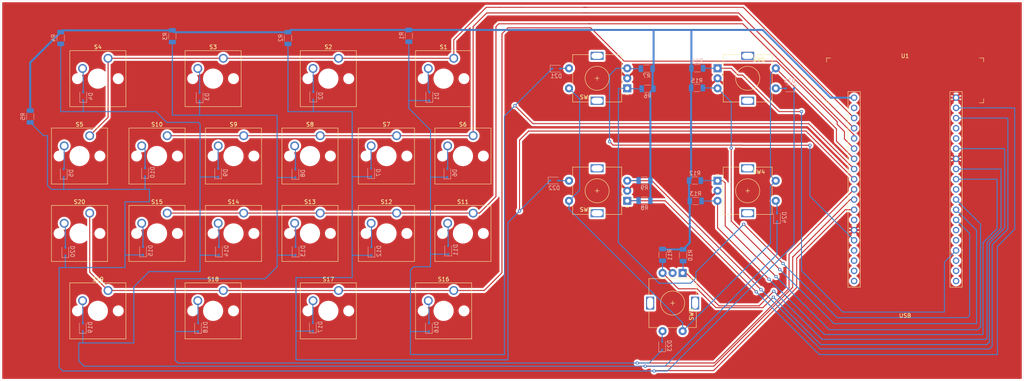
<source format=kicad_pcb>
(kicad_pcb (version 20171130) (host pcbnew 5.1.10-88a1d61d58~90~ubuntu21.04.1)
  (title_block (title "StreamMaster Macro Keyboard") (date 2021-09-09) (rev v01) (comment 4 "Autor: Diego Matheus Prado Mendonça Santos"))
  (layers (0 F.Cu signal) (31 B.Cu signal) (34 B.Paste user) (35 F.Paste user) (36 B.SilkS user) (37 F.SilkS user) (38 B.Mask user) (39 F.Mask user) (44 Edge.Cuts user))
  (net 0 "")
  (net 1 "Net-(D1-Pad2)")
  (net 2 COL1)
  (net 3 "Net-(D2-Pad2)")
  (net 4 COL2)
  (net 5 COL3)
  (net 6 "Net-(D3-Pad2)")
  (net 7 "Net-(D4-Pad2)")
  (net 8 COL4)
  (net 9 COL5)
  (net 10 "Net-(D5-Pad2)")
  (net 11 "Net-(D6-Pad2)")
  (net 12 "Net-(D7-Pad2)")
  (net 13 "Net-(D8-Pad2)")
  (net 14 "Net-(D9-Pad2)")
  (net 15 "Net-(D10-Pad2)")
  (net 16 "Net-(D11-Pad2)")
  (net 17 "Net-(D12-Pad2)")
  (net 18 "Net-(D13-Pad2)")
  (net 19 "Net-(D14-Pad2)")
  (net 20 "Net-(D15-Pad2)")
  (net 21 "Net-(D16-Pad2)")
  (net 22 "Net-(D17-Pad2)")
  (net 23 "Net-(D18-Pad2)")
  (net 24 "Net-(D19-Pad2)")
  (net 25 "Net-(D20-Pad2)")
  (net 26 "Net-(D21-Pad2)")
  (net 27 "Net-(D22-Pad2)")
  (net 28 "Net-(D23-Pad2)")
  (net 29 "Net-(D24-Pad2)")
  (net 30 "Net-(D25-Pad2)")
  (net 31 VCC)
  (net 32 ROW5)
  (net 33 GND)
  (net 34 "Net-(U1-Pad35)")
  (net 35 "Net-(U1-Pad34)")
  (net 36 ROW4)
  (net 37 "Net-(U1-Pad29)")
  (net 38 ROW3)
  (net 39 ROW2)
  (net 40 "Net-(U1-Pad25)")
  (net 41 "Net-(U1-Pad24)")
  (net 42 ROW1)
  (net 43 "Net-(U1-Pad22)")
  (net 44 "Net-(U1-Pad21)")
  (net 45 "Net-(U1-Pad20)")
  (net 46 "Net-(U1-Pad19)")
  (net 47 "Net-(U1-Pad18)")
  (net 48 "Net-(U1-Pad17)")
  (net 49 "Net-(U1-Pad14)")
  (net 50 "Net-(U1-Pad3)")
  (net 51 "Net-(U1-Pad38)")
  (net 52 ES01A)
  (net 53 ES01B)
  (net 54 ES02A)
  (net 55 ES02B)
  (net 56 ES03A)
  (net 57 ES03B)
  (net 58 ES04B)
  (net 59 ES04A)
  (net 60 ES05B)
  (net 61 ES05A)
  (module StreamMaster:RotaryEncoder_Alps_EC11E-Switch_Vertical_H20mm (layer F.Cu) (at 168.4 69.6 180)
    (fp_text reference SW1 (at 2.8 -4.7) (layer F.SilkS))
    (fp_text value Rotary_Encoder_Switch)
    (pad S1 thru_hole circle (at 7 2.5 180) (size 2 2) (drill 1) (layers *.Cu *.Mask) (net 26 "Net-(D21-Pad2)"))
    (pad S2 thru_hole circle (at 7 -2.5 180) (size 2 2) (drill 1) (layers *.Cu *.Mask) (net 32 ROW5))
    (pad MP thru_hole rect (at 0 5.6 180) (size 3.2 2) (drill oval 2.8 1.5) (layers *.Cu *.Mask))
    (pad MP thru_hole rect (at 0 -5.6 180) (size 3.2 2) (drill oval 2.8 1.5) (layers *.Cu *.Mask))
    (pad B thru_hole circle (at -7.5 2.5 180) (size 2 2) (drill 1) (layers *.Cu *.Mask) (net 53 ES01B))
    (pad C thru_hole circle (at -7.5 0 180) (size 2 2) (drill 1) (layers *.Cu *.Mask) (net 33 GND))
    (pad A thru_hole rect (at -7.5 -2.5 180) (size 2 2) (drill 1) (layers *.Cu *.Mask) (net 52 ES01A))
  )
  (module Diode_SMD:D_SOD-323 (layer B.Cu) (at 184.6 136.3 90)
    (fp_text reference D23 (at 0 1.85 90) (layer B.SilkS) (effects (justify mirror)))
    (fp_text value D)
    (pad 2 smd rect (at 1.05 0 90) (size 0.6 0.45) (layers B.Cu B.Paste B.Mask) (net 28 "Net-(D23-Pad2)"))
    (pad 1 smd rect (at -1.05 0 90) (size 0.6 0.45) (layers B.Cu B.Paste B.Mask) (net 5 COL3))
  )
  (module StreamMaster:RotaryEncoder_Alps_EC11E-Switch_Vertical_H20mm (layer F.Cu) (at 205.89 97.65)
    (fp_text reference SW4 (at 2.8 -4.7) (layer F.SilkS))
    (fp_text value Rotary_Encoder_Switch)
    (pad A thru_hole rect (at -7.5 -2.5) (size 2 2) (drill 1) (layers *.Cu *.Mask) (net 59 ES04A))
    (pad C thru_hole circle (at -7.5 0) (size 2 2) (drill 1) (layers *.Cu *.Mask) (net 33 GND))
    (pad B thru_hole circle (at -7.5 2.5) (size 2 2) (drill 1) (layers *.Cu *.Mask) (net 58 ES04B))
    (pad MP thru_hole rect (at 0 -5.6) (size 3.2 2) (drill oval 2.8 1.5) (layers *.Cu *.Mask))
    (pad MP thru_hole rect (at 0 5.6) (size 3.2 2) (drill oval 2.8 1.5) (layers *.Cu *.Mask))
    (pad S2 thru_hole circle (at 7 -2.5) (size 2 2) (drill 1) (layers *.Cu *.Mask) (net 32 ROW5))
    (pad S1 thru_hole circle (at 7 2.5) (size 2 2) (drill 1) (layers *.Cu *.Mask) (net 29 "Net-(D24-Pad2)"))
  )
  (module StreamMaster:ESP32-Wroom-32-38pin (layer F.Cu) (at 245.1 97.3)
    (fp_text reference U1 (at 0 -33.274) (layer F.SilkS))
    (fp_text value ESP32-DEVKIT-38pin)
    (fp_text user USB (at 0 31.496) (layer F.SilkS))
    (pad 2 thru_hole circle (at -12.7 -22.86) (size 1.6 1.6) (drill 1) (layers *.Cu *.Mask) (net 31 VCC))
    (pad 3 thru_hole circle (at -12.7 -20.32) (size 1.6 1.6) (drill 1) (layers *.Cu *.Mask) (net 50 "Net-(U1-Pad3)"))
    (pad 4 thru_hole circle (at -12.7 -17.78) (size 1.6 1.6) (drill 1) (layers *.Cu *.Mask) (net 42 ROW1))
    (pad 5 thru_hole circle (at -12.7 -15.24) (size 1.6 1.6) (drill 1) (layers *.Cu *.Mask) (net 39 ROW2))
    (pad 6 thru_hole circle (at -12.7 -12.7) (size 1.6 1.6) (drill 1) (layers *.Cu *.Mask) (net 38 ROW3))
    (pad 7 thru_hole circle (at -12.7 -10.16) (size 1.6 1.6) (drill 1) (layers *.Cu *.Mask) (net 36 ROW4))
    (pad 8 thru_hole circle (at -12.7 -7.62) (size 1.6 1.6) (drill 1) (layers *.Cu *.Mask) (net 32 ROW5))
    (pad 9 thru_hole circle (at -12.7 -5.08) (size 1.6 1.6) (drill 1) (layers *.Cu *.Mask) (net 2 COL1))
    (pad 10 thru_hole circle (at -12.7 -2.54) (size 1.6 1.6) (drill 1) (layers *.Cu *.Mask) (net 4 COL2))
    (pad 11 thru_hole circle (at -12.7 0) (size 1.6 1.6) (drill 1) (layers *.Cu *.Mask) (net 5 COL3))
    (pad 12 thru_hole circle (at -12.7 2.54) (size 1.6 1.6) (drill 1) (layers *.Cu *.Mask) (net 8 COL4))
    (pad 13 thru_hole circle (at -12.7 5.08) (size 1.6 1.6) (drill 1) (layers *.Cu *.Mask) (net 9 COL5))
    (pad 14 thru_hole circle (at -12.7 7.62) (size 1.6 1.6) (drill 1) (layers *.Cu *.Mask) (net 49 "Net-(U1-Pad14)"))
    (pad 1 thru_hole circle (at -12.7 10.16) (size 1.6 1.6) (drill 1) (layers *.Cu *.Mask) (net 33 GND))
    (pad 16 thru_hole circle (at -12.7 12.7) (size 1.6 1.6) (drill 1) (layers *.Cu *.Mask) (net 53 ES01B))
    (pad 17 thru_hole circle (at -12.7 15.24) (size 1.6 1.6) (drill 1) (layers *.Cu *.Mask) (net 48 "Net-(U1-Pad17)"))
    (pad 18 thru_hole circle (at -12.7 17.78) (size 1.6 1.6) (drill 1) (layers *.Cu *.Mask) (net 47 "Net-(U1-Pad18)"))
    (pad 19 thru_hole circle (at -12.7 20.32) (size 1.6 1.6) (drill 1) (layers *.Cu *.Mask) (net 46 "Net-(U1-Pad19)"))
    (pad 38 thru_hole circle (at -12.7 22.86) (size 1.6 1.6) (drill 1) (layers *.Cu *.Mask) (net 51 "Net-(U1-Pad38)"))
    (pad 1 thru_hole circle (at 12.7 -22.86) (size 1.6 1.6) (drill 1) (layers *.Cu *.Mask) (net 33 GND))
    (pad 37 thru_hole circle (at 12.7 -20.32) (size 1.6 1.6) (drill 1) (layers *.Cu *.Mask) (net 54 ES02A))
    (pad 36 thru_hole circle (at 12.7 -17.78) (size 1.6 1.6) (drill 1) (layers *.Cu *.Mask) (net 55 ES02B))
    (pad 35 thru_hole circle (at 12.7 -15.24) (size 1.6 1.6) (drill 1) (layers *.Cu *.Mask) (net 34 "Net-(U1-Pad35)"))
    (pad 34 thru_hole circle (at 12.7 -12.7) (size 1.6 1.6) (drill 1) (layers *.Cu *.Mask) (net 35 "Net-(U1-Pad34)"))
    (pad 33 thru_hole circle (at 12.7 -10.16) (size 1.6 1.6) (drill 1) (layers *.Cu *.Mask) (net 57 ES03B))
    (pad 1 thru_hole circle (at 12.7 -7.62) (size 1.6 1.6) (drill 1) (layers *.Cu *.Mask) (net 33 GND))
    (pad 31 thru_hole circle (at 12.7 -5.08) (size 1.6 1.6) (drill 1) (layers *.Cu *.Mask) (net 56 ES03A))
    (pad 30 thru_hole circle (at 12.7 -2.54) (size 1.6 1.6) (drill 1) (layers *.Cu *.Mask) (net 58 ES04B))
    (pad 29 thru_hole circle (at 12.7 0) (size 1.6 1.6) (drill 1) (layers *.Cu *.Mask) (net 37 "Net-(U1-Pad29)"))
    (pad 28 thru_hole circle (at 12.7 2.54) (size 1.6 1.6) (drill 1) (layers *.Cu *.Mask) (net 59 ES04A))
    (pad 27 thru_hole circle (at 12.7 5.08) (size 1.6 1.6) (drill 1) (layers *.Cu *.Mask) (net 60 ES05B))
    (pad 26 thru_hole circle (at 12.7 7.62) (size 1.6 1.6) (drill 1) (layers *.Cu *.Mask) (net 52 ES01A))
    (pad 25 thru_hole circle (at 12.7 10.16) (size 1.6 1.6) (drill 1) (layers *.Cu *.Mask) (net 40 "Net-(U1-Pad25)"))
    (pad 24 thru_hole circle (at 12.7 12.7) (size 1.6 1.6) (drill 1) (layers *.Cu *.Mask) (net 41 "Net-(U1-Pad24)"))
    (pad 23 thru_hole circle (at 12.7 15.24) (size 1.6 1.6) (drill 1) (layers *.Cu *.Mask) (net 61 ES05A))
    (pad 22 thru_hole circle (at 12.7 17.78) (size 1.6 1.6) (drill 1) (layers *.Cu *.Mask) (net 43 "Net-(U1-Pad22)"))
    (pad 21 thru_hole circle (at 12.7 20.32) (size 1.6 1.6) (drill 1) (layers *.Cu *.Mask) (net 44 "Net-(U1-Pad21)"))
    (pad 20 thru_hole circle (at 12.7 22.86) (size 1.6 1.6) (drill 1) (layers *.Cu *.Mask) (net 45 "Net-(U1-Pad20)"))
  )
  (module Diode_SMD:D_SOD-323 (layer B.Cu) (at 126.6 74.1 90)
    (fp_text reference D1 (at 0 1.85 90) (layer B.SilkS) (effects (justify mirror)))
    (fp_text value D)
    (pad 2 smd rect (at 1.05 0 90) (size 0.6 0.45) (layers B.Cu B.Paste B.Mask) (net 1 "Net-(D1-Pad2)"))
    (pad 1 smd rect (at -1.05 0 90) (size 0.6 0.45) (layers B.Cu B.Paste B.Mask) (net 2 COL1))
  )
  (module Diode_SMD:D_SOD-323 (layer B.Cu) (at 97.7 74 90)
    (fp_text reference D2 (at 0 1.85 90) (layer B.SilkS) (effects (justify mirror)))
    (fp_text value D)
    (pad 2 smd rect (at 1.05 0 90) (size 0.6 0.45) (layers B.Cu B.Paste B.Mask) (net 3 "Net-(D2-Pad2)"))
    (pad 1 smd rect (at -1.05 0 90) (size 0.6 0.45) (layers B.Cu B.Paste B.Mask) (net 4 COL2))
  )
  (module Diode_SMD:D_SOD-323 (layer B.Cu) (at 69.4 74.2 90)
    (fp_text reference D3 (at 0 1.85 90) (layer B.SilkS) (effects (justify mirror)))
    (fp_text value D)
    (pad 1 smd rect (at -1.05 0 90) (size 0.6 0.45) (layers B.Cu B.Paste B.Mask) (net 5 COL3))
    (pad 2 smd rect (at 1.05 0 90) (size 0.6 0.45) (layers B.Cu B.Paste B.Mask) (net 6 "Net-(D3-Pad2)"))
  )
  (module Diode_SMD:D_SOD-323 (layer B.Cu) (at 40.4 74.1 90)
    (fp_text reference D4 (at 0 1.85 90) (layer B.SilkS) (effects (justify mirror)))
    (fp_text value D)
    (pad 2 smd rect (at 1.05 0 90) (size 0.6 0.45) (layers B.Cu B.Paste B.Mask) (net 7 "Net-(D4-Pad2)"))
    (pad 1 smd rect (at -1.05 0 90) (size 0.6 0.45) (layers B.Cu B.Paste B.Mask) (net 8 COL4))
  )
  (module Diode_SMD:D_SOD-323 (layer B.Cu) (at 35.55 93.25 90)
    (fp_text reference D5 (at 0 1.85 90) (layer B.SilkS) (effects (justify mirror)))
    (fp_text value D)
    (pad 1 smd rect (at -1.05 0 90) (size 0.6 0.45) (layers B.Cu B.Paste B.Mask) (net 9 COL5))
    (pad 2 smd rect (at 1.05 0 90) (size 0.6 0.45) (layers B.Cu B.Paste B.Mask) (net 10 "Net-(D5-Pad2)"))
  )
  (module Diode_SMD:D_SOD-323 (layer B.Cu) (at 131.1 93.2 90)
    (fp_text reference D6 (at 0 1.85 90) (layer B.SilkS) (effects (justify mirror)))
    (fp_text value D)
    (pad 2 smd rect (at 1.05 0 90) (size 0.6 0.45) (layers B.Cu B.Paste B.Mask) (net 11 "Net-(D6-Pad2)"))
    (pad 1 smd rect (at -1.05 0 90) (size 0.6 0.45) (layers B.Cu B.Paste B.Mask) (net 2 COL1))
  )
  (module Diode_SMD:D_SOD-323 (layer B.Cu) (at 112.1 93.1 90)
    (fp_text reference D7 (at 0 1.85 90) (layer B.SilkS) (effects (justify mirror)))
    (fp_text value D)
    (pad 1 smd rect (at -1.05 0 90) (size 0.6 0.45) (layers B.Cu B.Paste B.Mask) (net 4 COL2))
    (pad 2 smd rect (at 1.05 0 90) (size 0.6 0.45) (layers B.Cu B.Paste B.Mask) (net 12 "Net-(D7-Pad2)"))
  )
  (module Diode_SMD:D_SOD-323 (layer B.Cu) (at 93.25 93.3 90)
    (fp_text reference D8 (at 0 1.85 90) (layer B.SilkS) (effects (justify mirror)))
    (fp_text value D)
    (pad 2 smd rect (at 1.05 0 90) (size 0.6 0.45) (layers B.Cu B.Paste B.Mask) (net 13 "Net-(D8-Pad2)"))
    (pad 1 smd rect (at -1.05 0 90) (size 0.6 0.45) (layers B.Cu B.Paste B.Mask) (net 5 COL3))
  )
  (module Diode_SMD:D_SOD-323 (layer B.Cu) (at 74 93.15 90)
    (fp_text reference D9 (at 0 1.85 90) (layer B.SilkS) (effects (justify mirror)))
    (fp_text value D)
    (pad 1 smd rect (at -1.05 0 90) (size 0.6 0.45) (layers B.Cu B.Paste B.Mask) (net 8 COL4))
    (pad 2 smd rect (at 1.05 0 90) (size 0.6 0.45) (layers B.Cu B.Paste B.Mask) (net 14 "Net-(D9-Pad2)"))
  )
  (module Diode_SMD:D_SOD-323 (layer B.Cu) (at 55.8 93.05 90)
    (fp_text reference D10 (at 0 1.85 90) (layer B.SilkS) (effects (justify mirror)))
    (fp_text value D)
    (pad 2 smd rect (at 1.05 0 90) (size 0.6 0.45) (layers B.Cu B.Paste B.Mask) (net 15 "Net-(D10-Pad2)"))
    (pad 1 smd rect (at -1.05 0 90) (size 0.6 0.45) (layers B.Cu B.Paste B.Mask) (net 9 COL5))
  )
  (module Diode_SMD:D_SOD-323 (layer B.Cu) (at 131.3 112.4 90)
    (fp_text reference D11 (at 0 1.85 90) (layer B.SilkS) (effects (justify mirror)))
    (fp_text value D)
    (pad 1 smd rect (at -1.05 0 90) (size 0.6 0.45) (layers B.Cu B.Paste B.Mask) (net 2 COL1))
    (pad 2 smd rect (at 1.05 0 90) (size 0.6 0.45) (layers B.Cu B.Paste B.Mask) (net 16 "Net-(D11-Pad2)"))
  )
  (module Diode_SMD:D_SOD-323 (layer B.Cu) (at 112.2 112.7 90)
    (fp_text reference D12 (at 0 1.85 90) (layer B.SilkS) (effects (justify mirror)))
    (fp_text value D)
    (pad 2 smd rect (at 1.05 0 90) (size 0.6 0.45) (layers B.Cu B.Paste B.Mask) (net 17 "Net-(D12-Pad2)"))
    (pad 1 smd rect (at -1.05 0 90) (size 0.6 0.45) (layers B.Cu B.Paste B.Mask) (net 4 COL2))
  )
  (module Diode_SMD:D_SOD-323 (layer B.Cu) (at 93.3 112.65 90)
    (fp_text reference D13 (at 0 1.85 90) (layer B.SilkS) (effects (justify mirror)))
    (fp_text value D)
    (pad 1 smd rect (at -1.05 0 90) (size 0.6 0.45) (layers B.Cu B.Paste B.Mask) (net 5 COL3))
    (pad 2 smd rect (at 1.05 0 90) (size 0.6 0.45) (layers B.Cu B.Paste B.Mask) (net 18 "Net-(D13-Pad2)"))
  )
  (module Diode_SMD:D_SOD-323 (layer B.Cu) (at 74.2 112.65 90)
    (fp_text reference D14 (at 0 1.85 90) (layer B.SilkS) (effects (justify mirror)))
    (fp_text value D)
    (pad 1 smd rect (at -1.05 0 90) (size 0.6 0.45) (layers B.Cu B.Paste B.Mask) (net 8 COL4))
    (pad 2 smd rect (at 1.05 0 90) (size 0.6 0.45) (layers B.Cu B.Paste B.Mask) (net 19 "Net-(D14-Pad2)"))
  )
  (module Diode_SMD:D_SOD-323 (layer B.Cu) (at 55.3 112.6 90)
    (fp_text reference D15 (at 0 1.85 90) (layer B.SilkS) (effects (justify mirror)))
    (fp_text value D)
    (pad 1 smd rect (at -1.05 0 90) (size 0.6 0.45) (layers B.Cu B.Paste B.Mask) (net 9 COL5))
    (pad 2 smd rect (at 1.05 0 90) (size 0.6 0.45) (layers B.Cu B.Paste B.Mask) (net 20 "Net-(D15-Pad2)"))
  )
  (module Diode_SMD:D_SOD-323 (layer B.Cu) (at 126.5 131.7 90)
    (fp_text reference D16 (at 0 1.85 90) (layer B.SilkS) (effects (justify mirror)))
    (fp_text value D)
    (pad 1 smd rect (at -1.05 0 90) (size 0.6 0.45) (layers B.Cu B.Paste B.Mask) (net 2 COL1))
    (pad 2 smd rect (at 1.05 0 90) (size 0.6 0.45) (layers B.Cu B.Paste B.Mask) (net 21 "Net-(D16-Pad2)"))
  )
  (module Diode_SMD:D_SOD-323 (layer B.Cu) (at 97.6 131.6 90)
    (fp_text reference D17 (at 0 1.85 90) (layer B.SilkS) (effects (justify mirror)))
    (fp_text value D)
    (pad 2 smd rect (at 1.05 0 90) (size 0.6 0.45) (layers B.Cu B.Paste B.Mask) (net 22 "Net-(D17-Pad2)"))
    (pad 1 smd rect (at -1.05 0 90) (size 0.6 0.45) (layers B.Cu B.Paste B.Mask) (net 4 COL2))
  )
  (module Diode_SMD:D_SOD-323 (layer B.Cu) (at 69 131.7 90)
    (fp_text reference D18 (at 0 1.85 90) (layer B.SilkS) (effects (justify mirror)))
    (fp_text value D)
    (pad 1 smd rect (at -1.05 0 90) (size 0.6 0.45) (layers B.Cu B.Paste B.Mask) (net 5 COL3))
    (pad 2 smd rect (at 1.05 0 90) (size 0.6 0.45) (layers B.Cu B.Paste B.Mask) (net 23 "Net-(D18-Pad2)"))
  )
  (module Diode_SMD:D_SOD-323 (layer B.Cu) (at 40.3 131.7 90)
    (fp_text reference D19 (at 0 1.85 90) (layer B.SilkS) (effects (justify mirror)))
    (fp_text value D)
    (pad 2 smd rect (at 1.05 0 90) (size 0.6 0.45) (layers B.Cu B.Paste B.Mask) (net 24 "Net-(D19-Pad2)"))
    (pad 1 smd rect (at -1.05 0 90) (size 0.6 0.45) (layers B.Cu B.Paste B.Mask) (net 8 COL4))
  )
  (module Diode_SMD:D_SOD-323 (layer B.Cu) (at 35.95 112.8 90)
    (fp_text reference D20 (at 0 1.85 90) (layer B.SilkS) (effects (justify mirror)))
    (fp_text value D)
    (pad 1 smd rect (at -1.05 0 90) (size 0.6 0.45) (layers B.Cu B.Paste B.Mask) (net 9 COL5))
    (pad 2 smd rect (at 1.05 0 90) (size 0.6 0.45) (layers B.Cu B.Paste B.Mask) (net 25 "Net-(D20-Pad2)"))
  )
  (module Diode_SMD:D_SOD-323 (layer B.Cu) (at 158.2 67.2)
    (fp_text reference D21 (at 0 1.85) (layer B.SilkS) (effects (justify mirror)))
    (fp_text value D)
    (pad 2 smd rect (at 1.05 0) (size 0.6 0.45) (layers B.Cu B.Paste B.Mask) (net 26 "Net-(D21-Pad2)"))
    (pad 1 smd rect (at -1.05 0) (size 0.6 0.45) (layers B.Cu B.Paste B.Mask) (net 2 COL1))
  )
  (module Diode_SMD:D_SOD-323 (layer B.Cu) (at 157.7 95.1)
    (fp_text reference D22 (at 0 1.85) (layer B.SilkS) (effects (justify mirror)))
    (fp_text value D)
    (pad 1 smd rect (at -1.05 0) (size 0.6 0.45) (layers B.Cu B.Paste B.Mask) (net 4 COL2))
    (pad 2 smd rect (at 1.05 0) (size 0.6 0.45) (layers B.Cu B.Paste B.Mask) (net 27 "Net-(D22-Pad2)"))
  )
  (module Diode_SMD:D_SOD-323 (layer B.Cu) (at 213.2 104.3 90)
    (fp_text reference D24 (at 0 1.85 90) (layer B.SilkS) (effects (justify mirror)))
    (fp_text value D)
    (pad 1 smd rect (at -1.05 0 90) (size 0.6 0.45) (layers B.Cu B.Paste B.Mask) (net 8 COL4))
    (pad 2 smd rect (at 1.05 0 90) (size 0.6 0.45) (layers B.Cu B.Paste B.Mask) (net 29 "Net-(D24-Pad2)"))
  )
  (module Diode_SMD:D_SOD-323 (layer B.Cu) (at 216.4 72.1 180)
    (fp_text reference D25 (at 0 1.85) (layer B.SilkS) (effects (justify mirror)))
    (fp_text value D)
    (pad 2 smd rect (at 1.05 0 180) (size 0.6 0.45) (layers B.Cu B.Paste B.Mask) (net 30 "Net-(D25-Pad2)"))
    (pad 1 smd rect (at -1.05 0 180) (size 0.6 0.45) (layers B.Cu B.Paste B.Mask) (net 9 COL5))
  )
  (module Resistor_SMD:R_1206_3216Metric (layer B.Cu) (at 121.5 59 270)
    (fp_text reference R1 (at 0 1.82 90) (layer B.SilkS) (effects (justify mirror)))
    (fp_text value 4.7k)
    (pad 2 smd roundrect (at 1.4625 0 270) (size 1.125 1.75) (layers B.Cu B.Paste B.Mask) (roundrect_rratio 0.2222204444444444) (net 2 COL1))
    (pad 1 smd roundrect (at -1.4625 0 270) (size 1.125 1.75) (layers B.Cu B.Paste B.Mask) (roundrect_rratio 0.2222204444444444) (net 31 VCC))
  )
  (module Resistor_SMD:R_1206_3216Metric (layer B.Cu) (at 91.4 59.5625 270)
    (fp_text reference R2 (at 0 1.82 270) (layer B.SilkS) (effects (justify mirror)))
    (fp_text value 4.7k)
    (pad 1 smd roundrect (at -1.4625 0 270) (size 1.125 1.75) (layers B.Cu B.Paste B.Mask) (roundrect_rratio 0.2222204444444444) (net 31 VCC))
    (pad 2 smd roundrect (at 1.4625 0 270) (size 1.125 1.75) (layers B.Cu B.Paste B.Mask) (roundrect_rratio 0.2222204444444444) (net 4 COL2))
  )
  (module Resistor_SMD:R_1206_3216Metric (layer B.Cu) (at 62.6 59.1 270)
    (fp_text reference R3 (at 0 1.82 270) (layer B.SilkS) (effects (justify mirror)))
    (fp_text value 4.7k)
    (pad 2 smd roundrect (at 1.4625 0 270) (size 1.125 1.75) (layers B.Cu B.Paste B.Mask) (roundrect_rratio 0.2222204444444444) (net 5 COL3))
    (pad 1 smd roundrect (at -1.4625 0 270) (size 1.125 1.75) (layers B.Cu B.Paste B.Mask) (roundrect_rratio 0.2222204444444444) (net 31 VCC))
  )
  (module Resistor_SMD:R_1206_3216Metric (layer B.Cu) (at 34.8 59.5375 270)
    (fp_text reference R4 (at 0 1.82 270) (layer B.SilkS) (effects (justify mirror)))
    (fp_text value 4.7k)
    (pad 1 smd roundrect (at -1.4625 0 270) (size 1.125 1.75) (layers B.Cu B.Paste B.Mask) (roundrect_rratio 0.2222204444444444) (net 31 VCC))
    (pad 2 smd roundrect (at 1.4625 0 270) (size 1.125 1.75) (layers B.Cu B.Paste B.Mask) (roundrect_rratio 0.2222204444444444) (net 8 COL4))
  )
  (module Resistor_SMD:R_1206_3216Metric (layer B.Cu) (at 27.2 79.1375 270)
    (fp_text reference R5 (at 0 1.82 270) (layer B.SilkS) (effects (justify mirror)))
    (fp_text value 4.7k)
    (pad 1 smd roundrect (at -1.4625 0 270) (size 1.125 1.75) (layers B.Cu B.Paste B.Mask) (roundrect_rratio 0.2222204444444444) (net 31 VCC))
    (pad 2 smd roundrect (at 1.4625 0 270) (size 1.125 1.75) (layers B.Cu B.Paste B.Mask) (roundrect_rratio 0.2222204444444444) (net 9 COL5))
  )
  (module Resistor_SMD:R_1206_3216Metric (layer B.Cu) (at 180.9625 72.2)
    (fp_text reference R6 (at 0 1.82) (layer B.SilkS) (effects (justify mirror)))
    (fp_text value 4.7k)
    (pad 2 smd roundrect (at 1.4625 0) (size 1.125 1.75) (layers B.Cu B.Paste B.Mask) (roundrect_rratio 0.2222204444444444) (net 31 VCC))
    (pad 1 smd roundrect (at -1.4625 0) (size 1.125 1.75) (layers B.Cu B.Paste B.Mask) (roundrect_rratio 0.2222204444444444) (net 52 ES01A))
  )
  (module Resistor_SMD:R_1206_3216Metric (layer B.Cu) (at 180.754999 67.2)
    (fp_text reference R7 (at 0 1.82) (layer B.SilkS) (effects (justify mirror)))
    (fp_text value 4.7k)
    (pad 1 smd roundrect (at -1.4625 0) (size 1.125 1.75) (layers B.Cu B.Paste B.Mask) (roundrect_rratio 0.2222204444444444) (net 53 ES01B))
    (pad 2 smd roundrect (at 1.4625 0) (size 1.125 1.75) (layers B.Cu B.Paste B.Mask) (roundrect_rratio 0.2222204444444444) (net 31 VCC))
  )
  (module Resistor_SMD:R_1206_3216Metric (layer B.Cu) (at 180.2 100.1)
    (fp_text reference R8 (at 0 1.82) (layer B.SilkS) (effects (justify mirror)))
    (fp_text value 4.7k)
    (pad 2 smd roundrect (at 1.4625 0) (size 1.125 1.75) (layers B.Cu B.Paste B.Mask) (roundrect_rratio 0.2222204444444444) (net 31 VCC))
    (pad 1 smd roundrect (at -1.4625 0) (size 1.125 1.75) (layers B.Cu B.Paste B.Mask) (roundrect_rratio 0.2222204444444444) (net 54 ES02A))
  )
  (module Resistor_SMD:R_1206_3216Metric (layer B.Cu) (at 180.2 95.1)
    (fp_text reference R9 (at 0 1.82) (layer B.SilkS) (effects (justify mirror)))
    (fp_text value 4.7k)
    (pad 1 smd roundrect (at -1.4625 0) (size 1.125 1.75) (layers B.Cu B.Paste B.Mask) (roundrect_rratio 0.2222204444444444) (net 55 ES02B))
    (pad 2 smd roundrect (at 1.4625 0) (size 1.125 1.75) (layers B.Cu B.Paste B.Mask) (roundrect_rratio 0.2222204444444444) (net 31 VCC))
  )
  (module Resistor_SMD:R_1206_3216Metric (layer B.Cu) (at 189.8 113.7375 90)
    (fp_text reference R10 (at 0 1.82 270) (layer B.SilkS) (effects (justify mirror)))
    (fp_text value 4.7k)
    (pad 2 smd roundrect (at 1.4625 0 90) (size 1.125 1.75) (layers B.Cu B.Paste B.Mask) (roundrect_rratio 0.2222204444444444) (net 31 VCC))
    (pad 1 smd roundrect (at -1.4625 0 90) (size 1.125 1.75) (layers B.Cu B.Paste B.Mask) (roundrect_rratio 0.2222204444444444) (net 56 ES03A))
  )
  (module Resistor_SMD:R_1206_3216Metric (layer B.Cu) (at 184.7 113.6375 90)
    (fp_text reference R11 (at 0 1.82 270) (layer B.SilkS) (effects (justify mirror)))
    (fp_text value 4.7k)
    (pad 1 smd roundrect (at -1.4625 0 90) (size 1.125 1.75) (layers B.Cu B.Paste B.Mask) (roundrect_rratio 0.2222204444444444) (net 57 ES03B))
    (pad 2 smd roundrect (at 1.4625 0 90) (size 1.125 1.75) (layers B.Cu B.Paste B.Mask) (roundrect_rratio 0.2222204444444444) (net 31 VCC))
  )
  (module Resistor_SMD:R_1206_3216Metric (layer B.Cu) (at 192.7625 95.1 180)
    (fp_text reference R12 (at 0 1.82) (layer B.SilkS) (effects (justify mirror)))
    (fp_text value 4.7k)
    (pad 2 smd roundrect (at 1.4625 0 180) (size 1.125 1.75) (layers B.Cu B.Paste B.Mask) (roundrect_rratio 0.2222204444444444) (net 31 VCC))
    (pad 1 smd roundrect (at -1.4625 0 180) (size 1.125 1.75) (layers B.Cu B.Paste B.Mask) (roundrect_rratio 0.2222204444444444) (net 59 ES04A))
  )
  (module Resistor_SMD:R_1206_3216Metric (layer B.Cu) (at 192.9375 100.2 180)
    (fp_text reference R13 (at 0 1.82) (layer B.SilkS) (effects (justify mirror)))
    (fp_text value 4.7k)
    (pad 1 smd roundrect (at -1.4625 0 180) (size 1.125 1.75) (layers B.Cu B.Paste B.Mask) (roundrect_rratio 0.2222204444444444) (net 58 ES04B))
    (pad 2 smd roundrect (at 1.4625 0 180) (size 1.125 1.75) (layers B.Cu B.Paste B.Mask) (roundrect_rratio 0.2222204444444444) (net 31 VCC))
  )
  (module Resistor_SMD:R_1206_3216Metric (layer B.Cu) (at 193.3375 67.1 180)
    (fp_text reference R14 (at 0 1.82) (layer B.SilkS) (effects (justify mirror)))
    (fp_text value 4.7k)
    (pad 1 smd roundrect (at -1.4625 0 180) (size 1.125 1.75) (layers B.Cu B.Paste B.Mask) (roundrect_rratio 0.2222204444444444) (net 61 ES05A))
    (pad 2 smd roundrect (at 1.4625 0 180) (size 1.125 1.75) (layers B.Cu B.Paste B.Mask) (roundrect_rratio 0.2222204444444444) (net 31 VCC))
  )
  (module Resistor_SMD:R_1206_3216Metric (layer B.Cu) (at 193.2625 72 180)
    (fp_text reference R15 (at 0 1.82) (layer B.SilkS) (effects (justify mirror)))
    (fp_text value 4.7k)
    (pad 2 smd roundrect (at 1.4625 0 180) (size 1.125 1.75) (layers B.Cu B.Paste B.Mask) (roundrect_rratio 0.2222204444444444) (net 31 VCC))
    (pad 1 smd roundrect (at -1.4625 0 180) (size 1.125 1.75) (layers B.Cu B.Paste B.Mask) (roundrect_rratio 0.2222204444444444) (net 60 ES05B))
  )
  (module Button_Switch_Keyboard:SW_Cherry_MX_1.50u_PCB (layer F.Cu) (at 132.694 64.608)
    (fp_text reference S1 (at -2.54 -2.794) (layer F.SilkS))
    (fp_text value MX_SWITCH)
    (pad "" np_thru_hole circle (at 2.54 5.08) (size 1.7 1.7) (drill 1.7) (layers *.Cu *.Mask))
    (pad "" np_thru_hole circle (at -7.62 5.08) (size 1.7 1.7) (drill 1.7) (layers *.Cu *.Mask))
    (pad "" np_thru_hole circle (at -2.54 5.08) (size 4 4) (drill 4) (layers *.Cu *.Mask))
    (pad 2 thru_hole circle (at -6.35 2.54) (size 2.2 2.2) (drill 1.5) (layers *.Cu *.Mask) (net 1 "Net-(D1-Pad2)"))
    (pad 1 thru_hole circle (at 0 0) (size 2.2 2.2) (drill 1.5) (layers *.Cu *.Mask) (net 42 ROW1))
  )
  (module Button_Switch_Keyboard:SW_Cherry_MX_1.50u_PCB (layer F.Cu) (at 103.992 64.608)
    (fp_text reference S2 (at -2.54 -2.794) (layer F.SilkS))
    (fp_text value MX_SWITCH)
    (pad 1 thru_hole circle (at 0 0) (size 2.2 2.2) (drill 1.5) (layers *.Cu *.Mask) (net 42 ROW1))
    (pad 2 thru_hole circle (at -6.35 2.54) (size 2.2 2.2) (drill 1.5) (layers *.Cu *.Mask) (net 3 "Net-(D2-Pad2)"))
    (pad "" np_thru_hole circle (at -2.54 5.08) (size 4 4) (drill 4) (layers *.Cu *.Mask))
    (pad "" np_thru_hole circle (at -7.62 5.08) (size 1.7 1.7) (drill 1.7) (layers *.Cu *.Mask))
    (pad "" np_thru_hole circle (at 2.54 5.08) (size 1.7 1.7) (drill 1.7) (layers *.Cu *.Mask))
  )
  (module Button_Switch_Keyboard:SW_Cherry_MX_1.50u_PCB (layer F.Cu) (at 75.29 64.608)
    (fp_text reference S3 (at -2.54 -2.794) (layer F.SilkS))
    (fp_text value MX_SWITCH)
    (pad 1 thru_hole circle (at 0 0) (size 2.2 2.2) (drill 1.5) (layers *.Cu *.Mask) (net 42 ROW1))
    (pad 2 thru_hole circle (at -6.35 2.54) (size 2.2 2.2) (drill 1.5) (layers *.Cu *.Mask) (net 6 "Net-(D3-Pad2)"))
    (pad "" np_thru_hole circle (at -2.54 5.08) (size 4 4) (drill 4) (layers *.Cu *.Mask))
    (pad "" np_thru_hole circle (at -7.62 5.08) (size 1.7 1.7) (drill 1.7) (layers *.Cu *.Mask))
    (pad "" np_thru_hole circle (at 2.54 5.08) (size 1.7 1.7) (drill 1.7) (layers *.Cu *.Mask))
  )
  (module Button_Switch_Keyboard:SW_Cherry_MX_1.50u_PCB (layer F.Cu) (at 46.588 64.608)
    (fp_text reference S4 (at -2.54 -2.794) (layer F.SilkS))
    (fp_text value MX_SWITCH)
    (pad "" np_thru_hole circle (at 2.54 5.08) (size 1.7 1.7) (drill 1.7) (layers *.Cu *.Mask))
    (pad "" np_thru_hole circle (at -7.62 5.08) (size 1.7 1.7) (drill 1.7) (layers *.Cu *.Mask))
    (pad "" np_thru_hole circle (at -2.54 5.08) (size 4 4) (drill 4) (layers *.Cu *.Mask))
    (pad 2 thru_hole circle (at -6.35 2.54) (size 2.2 2.2) (drill 1.5) (layers *.Cu *.Mask) (net 7 "Net-(D4-Pad2)"))
    (pad 1 thru_hole circle (at 0 0) (size 2.2 2.2) (drill 1.5) (layers *.Cu *.Mask) (net 42 ROW1))
  )
  (module Button_Switch_Keyboard:SW_Cherry_MX_1.00u_PCB (layer F.Cu) (at 42.016 83.912)
    (fp_text reference S5 (at -2.54 -2.794) (layer F.SilkS))
    (fp_text value MX_SWITCH)
    (pad 1 thru_hole circle (at 0 0) (size 2.2 2.2) (drill 1.5) (layers *.Cu *.Mask) (net 42 ROW1))
    (pad 2 thru_hole circle (at -6.35 2.54) (size 2.2 2.2) (drill 1.5) (layers *.Cu *.Mask) (net 10 "Net-(D5-Pad2)"))
    (pad "" np_thru_hole circle (at -2.54 5.08) (size 4 4) (drill 4) (layers *.Cu *.Mask))
    (pad "" np_thru_hole circle (at -7.62 5.08) (size 1.7 1.7) (drill 1.7) (layers *.Cu *.Mask))
    (pad "" np_thru_hole circle (at 2.54 5.08) (size 1.7 1.7) (drill 1.7) (layers *.Cu *.Mask))
  )
  (module Button_Switch_Keyboard:SW_Cherry_MX_1.00u_PCB (layer F.Cu) (at 137.52 83.912)
    (fp_text reference S6 (at -2.54 -2.794) (layer F.SilkS))
    (fp_text value MX_SWITCH)
    (pad "" np_thru_hole circle (at 2.54 5.08) (size 1.7 1.7) (drill 1.7) (layers *.Cu *.Mask))
    (pad "" np_thru_hole circle (at -7.62 5.08) (size 1.7 1.7) (drill 1.7) (layers *.Cu *.Mask))
    (pad "" np_thru_hole circle (at -2.54 5.08) (size 4 4) (drill 4) (layers *.Cu *.Mask))
    (pad 2 thru_hole circle (at -6.35 2.54) (size 2.2 2.2) (drill 1.5) (layers *.Cu *.Mask) (net 11 "Net-(D6-Pad2)"))
    (pad 1 thru_hole circle (at 0 0) (size 2.2 2.2) (drill 1.5) (layers *.Cu *.Mask) (net 39 ROW2))
  )
  (module Button_Switch_Keyboard:SW_Cherry_MX_1.00u_PCB (layer F.Cu) (at 118.47 83.912)
    (fp_text reference S7 (at -2.54 -2.794) (layer F.SilkS))
    (fp_text value MX_SWITCH)
    (pad 1 thru_hole circle (at 0 0) (size 2.2 2.2) (drill 1.5) (layers *.Cu *.Mask) (net 39 ROW2))
    (pad 2 thru_hole circle (at -6.35 2.54) (size 2.2 2.2) (drill 1.5) (layers *.Cu *.Mask) (net 12 "Net-(D7-Pad2)"))
    (pad "" np_thru_hole circle (at -2.54 5.08) (size 4 4) (drill 4) (layers *.Cu *.Mask))
    (pad "" np_thru_hole circle (at -7.62 5.08) (size 1.7 1.7) (drill 1.7) (layers *.Cu *.Mask))
    (pad "" np_thru_hole circle (at 2.54 5.08) (size 1.7 1.7) (drill 1.7) (layers *.Cu *.Mask))
  )
  (module Button_Switch_Keyboard:SW_Cherry_MX_1.00u_PCB (layer F.Cu) (at 99.42 83.912)
    (fp_text reference S8 (at -2.54 -2.794) (layer F.SilkS))
    (fp_text value MX_SWITCH)
    (pad "" np_thru_hole circle (at 2.54 5.08) (size 1.7 1.7) (drill 1.7) (layers *.Cu *.Mask))
    (pad "" np_thru_hole circle (at -7.62 5.08) (size 1.7 1.7) (drill 1.7) (layers *.Cu *.Mask))
    (pad "" np_thru_hole circle (at -2.54 5.08) (size 4 4) (drill 4) (layers *.Cu *.Mask))
    (pad 2 thru_hole circle (at -6.35 2.54) (size 2.2 2.2) (drill 1.5) (layers *.Cu *.Mask) (net 13 "Net-(D8-Pad2)"))
    (pad 1 thru_hole circle (at 0 0) (size 2.2 2.2) (drill 1.5) (layers *.Cu *.Mask) (net 39 ROW2))
  )
  (module Button_Switch_Keyboard:SW_Cherry_MX_1.00u_PCB (layer F.Cu) (at 80.37 83.912)
    (fp_text reference S9 (at -2.54 -2.794) (layer F.SilkS))
    (fp_text value MX_SWITCH)
    (pad 1 thru_hole circle (at 0 0) (size 2.2 2.2) (drill 1.5) (layers *.Cu *.Mask) (net 39 ROW2))
    (pad 2 thru_hole circle (at -6.35 2.54) (size 2.2 2.2) (drill 1.5) (layers *.Cu *.Mask) (net 14 "Net-(D9-Pad2)"))
    (pad "" np_thru_hole circle (at -2.54 5.08) (size 4 4) (drill 4) (layers *.Cu *.Mask))
    (pad "" np_thru_hole circle (at -7.62 5.08) (size 1.7 1.7) (drill 1.7) (layers *.Cu *.Mask))
    (pad "" np_thru_hole circle (at 2.54 5.08) (size 1.7 1.7) (drill 1.7) (layers *.Cu *.Mask))
  )
  (module Button_Switch_Keyboard:SW_Cherry_MX_1.00u_PCB (layer F.Cu) (at 61.32 83.912)
    (fp_text reference S10 (at -2.54 -2.794) (layer F.SilkS))
    (fp_text value MX_SWITCH)
    (pad "" np_thru_hole circle (at 2.54 5.08) (size 1.7 1.7) (drill 1.7) (layers *.Cu *.Mask))
    (pad "" np_thru_hole circle (at -7.62 5.08) (size 1.7 1.7) (drill 1.7) (layers *.Cu *.Mask))
    (pad "" np_thru_hole circle (at -2.54 5.08) (size 4 4) (drill 4) (layers *.Cu *.Mask))
    (pad 2 thru_hole circle (at -6.35 2.54) (size 2.2 2.2) (drill 1.5) (layers *.Cu *.Mask) (net 15 "Net-(D10-Pad2)"))
    (pad 1 thru_hole circle (at 0 0) (size 2.2 2.2) (drill 1.5) (layers *.Cu *.Mask) (net 39 ROW2))
  )
  (module Button_Switch_Keyboard:SW_Cherry_MX_1.00u_PCB (layer F.Cu) (at 137.52 103.216)
    (fp_text reference S11 (at -2.54 -2.794) (layer F.SilkS))
    (fp_text value MX_SWITCH)
    (pad 1 thru_hole circle (at 0 0) (size 2.2 2.2) (drill 1.5) (layers *.Cu *.Mask) (net 38 ROW3))
    (pad 2 thru_hole circle (at -6.35 2.54) (size 2.2 2.2) (drill 1.5) (layers *.Cu *.Mask) (net 16 "Net-(D11-Pad2)"))
    (pad "" np_thru_hole circle (at -2.54 5.08) (size 4 4) (drill 4) (layers *.Cu *.Mask))
    (pad "" np_thru_hole circle (at -7.62 5.08) (size 1.7 1.7) (drill 1.7) (layers *.Cu *.Mask))
    (pad "" np_thru_hole circle (at 2.54 5.08) (size 1.7 1.7) (drill 1.7) (layers *.Cu *.Mask))
  )
  (module Button_Switch_Keyboard:SW_Cherry_MX_1.00u_PCB (layer F.Cu) (at 118.47 103.216)
    (fp_text reference S12 (at -2.54 -2.794) (layer F.SilkS))
    (fp_text value MX_SWITCH)
    (pad "" np_thru_hole circle (at 2.54 5.08) (size 1.7 1.7) (drill 1.7) (layers *.Cu *.Mask))
    (pad "" np_thru_hole circle (at -7.62 5.08) (size 1.7 1.7) (drill 1.7) (layers *.Cu *.Mask))
    (pad "" np_thru_hole circle (at -2.54 5.08) (size 4 4) (drill 4) (layers *.Cu *.Mask))
    (pad 2 thru_hole circle (at -6.35 2.54) (size 2.2 2.2) (drill 1.5) (layers *.Cu *.Mask) (net 17 "Net-(D12-Pad2)"))
    (pad 1 thru_hole circle (at 0 0) (size 2.2 2.2) (drill 1.5) (layers *.Cu *.Mask) (net 38 ROW3))
  )
  (module Button_Switch_Keyboard:SW_Cherry_MX_1.00u_PCB (layer F.Cu) (at 99.42 103.216)
    (fp_text reference S13 (at -2.54 -2.794) (layer F.SilkS))
    (fp_text value MX_SWITCH)
    (pad 1 thru_hole circle (at 0 0) (size 2.2 2.2) (drill 1.5) (layers *.Cu *.Mask) (net 38 ROW3))
    (pad 2 thru_hole circle (at -6.35 2.54) (size 2.2 2.2) (drill 1.5) (layers *.Cu *.Mask) (net 18 "Net-(D13-Pad2)"))
    (pad "" np_thru_hole circle (at -2.54 5.08) (size 4 4) (drill 4) (layers *.Cu *.Mask))
    (pad "" np_thru_hole circle (at -7.62 5.08) (size 1.7 1.7) (drill 1.7) (layers *.Cu *.Mask))
    (pad "" np_thru_hole circle (at 2.54 5.08) (size 1.7 1.7) (drill 1.7) (layers *.Cu *.Mask))
  )
  (module Button_Switch_Keyboard:SW_Cherry_MX_1.00u_PCB (layer F.Cu) (at 80.37 103.216)
    (fp_text reference S14 (at -2.54 -2.794) (layer F.SilkS))
    (fp_text value MX_SWITCH)
    (pad "" np_thru_hole circle (at 2.54 5.08) (size 1.7 1.7) (drill 1.7) (layers *.Cu *.Mask))
    (pad "" np_thru_hole circle (at -7.62 5.08) (size 1.7 1.7) (drill 1.7) (layers *.Cu *.Mask))
    (pad "" np_thru_hole circle (at -2.54 5.08) (size 4 4) (drill 4) (layers *.Cu *.Mask))
    (pad 2 thru_hole circle (at -6.35 2.54) (size 2.2 2.2) (drill 1.5) (layers *.Cu *.Mask) (net 19 "Net-(D14-Pad2)"))
    (pad 1 thru_hole circle (at 0 0) (size 2.2 2.2) (drill 1.5) (layers *.Cu *.Mask) (net 38 ROW3))
  )
  (module Button_Switch_Keyboard:SW_Cherry_MX_1.00u_PCB (layer F.Cu) (at 61.32 103.216)
    (fp_text reference S15 (at -2.54 -2.794) (layer F.SilkS))
    (fp_text value MX_SWITCH)
    (pad 1 thru_hole circle (at 0 0) (size 2.2 2.2) (drill 1.5) (layers *.Cu *.Mask) (net 38 ROW3))
    (pad 2 thru_hole circle (at -6.35 2.54) (size 2.2 2.2) (drill 1.5) (layers *.Cu *.Mask) (net 20 "Net-(D15-Pad2)"))
    (pad "" np_thru_hole circle (at -2.54 5.08) (size 4 4) (drill 4) (layers *.Cu *.Mask))
    (pad "" np_thru_hole circle (at -7.62 5.08) (size 1.7 1.7) (drill 1.7) (layers *.Cu *.Mask))
    (pad "" np_thru_hole circle (at 2.54 5.08) (size 1.7 1.7) (drill 1.7) (layers *.Cu *.Mask))
  )
  (module Button_Switch_Keyboard:SW_Cherry_MX_1.50u_PCB (layer F.Cu) (at 132.694 122.52)
    (fp_text reference S16 (at -2.54 -2.794) (layer F.SilkS))
    (fp_text value MX_SWITCH)
    (pad 1 thru_hole circle (at 0 0) (size 2.2 2.2) (drill 1.5) (layers *.Cu *.Mask) (net 36 ROW4))
    (pad 2 thru_hole circle (at -6.35 2.54) (size 2.2 2.2) (drill 1.5) (layers *.Cu *.Mask) (net 21 "Net-(D16-Pad2)"))
    (pad "" np_thru_hole circle (at -2.54 5.08) (size 4 4) (drill 4) (layers *.Cu *.Mask))
    (pad "" np_thru_hole circle (at -7.62 5.08) (size 1.7 1.7) (drill 1.7) (layers *.Cu *.Mask))
    (pad "" np_thru_hole circle (at 2.54 5.08) (size 1.7 1.7) (drill 1.7) (layers *.Cu *.Mask))
  )
  (module Button_Switch_Keyboard:SW_Cherry_MX_1.50u_PCB (layer F.Cu) (at 103.992 122.52)
    (fp_text reference S17 (at -2.54 -2.794) (layer F.SilkS))
    (fp_text value MX_SWITCH)
    (pad "" np_thru_hole circle (at 2.54 5.08) (size 1.7 1.7) (drill 1.7) (layers *.Cu *.Mask))
    (pad "" np_thru_hole circle (at -7.62 5.08) (size 1.7 1.7) (drill 1.7) (layers *.Cu *.Mask))
    (pad "" np_thru_hole circle (at -2.54 5.08) (size 4 4) (drill 4) (layers *.Cu *.Mask))
    (pad 2 thru_hole circle (at -6.35 2.54) (size 2.2 2.2) (drill 1.5) (layers *.Cu *.Mask) (net 22 "Net-(D17-Pad2)"))
    (pad 1 thru_hole circle (at 0 0) (size 2.2 2.2) (drill 1.5) (layers *.Cu *.Mask) (net 36 ROW4))
  )
  (module Button_Switch_Keyboard:SW_Cherry_MX_1.50u_PCB (layer F.Cu) (at 75.29 122.52)
    (fp_text reference S18 (at -2.54 -2.794) (layer F.SilkS))
    (fp_text value MX_SWITCH)
    (pad 1 thru_hole circle (at 0 0) (size 2.2 2.2) (drill 1.5) (layers *.Cu *.Mask) (net 36 ROW4))
    (pad 2 thru_hole circle (at -6.35 2.54) (size 2.2 2.2) (drill 1.5) (layers *.Cu *.Mask) (net 23 "Net-(D18-Pad2)"))
    (pad "" np_thru_hole circle (at -2.54 5.08) (size 4 4) (drill 4) (layers *.Cu *.Mask))
    (pad "" np_thru_hole circle (at -7.62 5.08) (size 1.7 1.7) (drill 1.7) (layers *.Cu *.Mask))
    (pad "" np_thru_hole circle (at 2.54 5.08) (size 1.7 1.7) (drill 1.7) (layers *.Cu *.Mask))
  )
  (module Button_Switch_Keyboard:SW_Cherry_MX_1.50u_PCB (layer F.Cu) (at 46.588 122.52)
    (fp_text reference S19 (at -2.54 -2.794) (layer F.SilkS))
    (fp_text value MX_SWITCH)
    (pad "" np_thru_hole circle (at 2.54 5.08) (size 1.7 1.7) (drill 1.7) (layers *.Cu *.Mask))
    (pad "" np_thru_hole circle (at -7.62 5.08) (size 1.7 1.7) (drill 1.7) (layers *.Cu *.Mask))
    (pad "" np_thru_hole circle (at -2.54 5.08) (size 4 4) (drill 4) (layers *.Cu *.Mask))
    (pad 2 thru_hole circle (at -6.35 2.54) (size 2.2 2.2) (drill 1.5) (layers *.Cu *.Mask) (net 24 "Net-(D19-Pad2)"))
    (pad 1 thru_hole circle (at 0 0) (size 2.2 2.2) (drill 1.5) (layers *.Cu *.Mask) (net 36 ROW4))
  )
  (module Button_Switch_Keyboard:SW_Cherry_MX_1.00u_PCB (layer F.Cu) (at 42.016 103.216)
    (fp_text reference S20 (at -2.54 -2.794) (layer F.SilkS))
    (fp_text value MX_SWITCH)
    (pad "" np_thru_hole circle (at 2.54 5.08) (size 1.7 1.7) (drill 1.7) (layers *.Cu *.Mask))
    (pad "" np_thru_hole circle (at -7.62 5.08) (size 1.7 1.7) (drill 1.7) (layers *.Cu *.Mask))
    (pad "" np_thru_hole circle (at -2.54 5.08) (size 4 4) (drill 4) (layers *.Cu *.Mask))
    (pad 2 thru_hole circle (at -6.35 2.54) (size 2.2 2.2) (drill 1.5) (layers *.Cu *.Mask) (net 25 "Net-(D20-Pad2)"))
    (pad 1 thru_hole circle (at 0 0) (size 2.2 2.2) (drill 1.5) (layers *.Cu *.Mask) (net 36 ROW4))
  )
  (module StreamMaster:RotaryEncoder_Alps_EC11E-Switch_Vertical_H20mm (layer F.Cu) (at 168.4 97.65 180)
    (fp_text reference SW2 (at 2.8 -4.7) (layer F.SilkS))
    (fp_text value Rotary_Encoder_Switch)
    (pad A thru_hole rect (at -7.5 -2.5 180) (size 2 2) (drill 1) (layers *.Cu *.Mask) (net 54 ES02A))
    (pad C thru_hole circle (at -7.5 0 180) (size 2 2) (drill 1) (layers *.Cu *.Mask) (net 33 GND))
    (pad B thru_hole circle (at -7.5 2.5 180) (size 2 2) (drill 1) (layers *.Cu *.Mask) (net 55 ES02B))
    (pad MP thru_hole rect (at 0 -5.6 180) (size 3.2 2) (drill oval 2.8 1.5) (layers *.Cu *.Mask))
    (pad MP thru_hole rect (at 0 5.6 180) (size 3.2 2) (drill oval 2.8 1.5) (layers *.Cu *.Mask))
    (pad S2 thru_hole circle (at 7 -2.5 180) (size 2 2) (drill 1) (layers *.Cu *.Mask) (net 32 ROW5))
    (pad S1 thru_hole circle (at 7 2.5 180) (size 2 2) (drill 1) (layers *.Cu *.Mask) (net 27 "Net-(D22-Pad2)"))
  )
  (module StreamMaster:RotaryEncoder_Alps_EC11E-Switch_Vertical_H20mm (layer F.Cu) (at 187.2 125.66 270)
    (fp_text reference SW3 (at 2.8 -4.7 90) (layer F.SilkS))
    (fp_text value Rotary_Encoder_Switch)
    (pad S1 thru_hole circle (at 7 2.5 270) (size 2 2) (drill 1) (layers *.Cu *.Mask) (net 28 "Net-(D23-Pad2)"))
    (pad S2 thru_hole circle (at 7 -2.5 270) (size 2 2) (drill 1) (layers *.Cu *.Mask) (net 32 ROW5))
    (pad MP thru_hole rect (at 0 5.6 270) (size 3.2 2) (drill oval 2.8 1.5) (layers *.Cu *.Mask))
    (pad MP thru_hole rect (at 0 -5.6 270) (size 3.2 2) (drill oval 2.8 1.5) (layers *.Cu *.Mask))
    (pad B thru_hole circle (at -7.5 2.5 270) (size 2 2) (drill 1) (layers *.Cu *.Mask) (net 57 ES03B))
    (pad C thru_hole circle (at -7.5 0 270) (size 2 2) (drill 1) (layers *.Cu *.Mask) (net 33 GND))
    (pad A thru_hole rect (at -7.5 -2.5 270) (size 2 2) (drill 1) (layers *.Cu *.Mask) (net 56 ES03A))
  )
  (module StreamMaster:RotaryEncoder_Alps_EC11E-Switch_Vertical_H20mm (layer F.Cu) (at 205.9 69.6)
    (fp_text reference SW5 (at 2.8 -4.7) (layer F.SilkS))
    (fp_text value Rotary_Encoder_Switch)
    (pad S1 thru_hole circle (at 7 2.5) (size 2 2) (drill 1) (layers *.Cu *.Mask) (net 30 "Net-(D25-Pad2)"))
    (pad S2 thru_hole circle (at 7 -2.5) (size 2 2) (drill 1) (layers *.Cu *.Mask) (net 32 ROW5))
    (pad MP thru_hole rect (at 0 5.6) (size 3.2 2) (drill oval 2.8 1.5) (layers *.Cu *.Mask))
    (pad MP thru_hole rect (at 0 -5.6) (size 3.2 2) (drill oval 2.8 1.5) (layers *.Cu *.Mask))
    (pad B thru_hole circle (at -7.5 2.5) (size 2 2) (drill 1) (layers *.Cu *.Mask) (net 60 ES05B))
    (pad C thru_hole circle (at -7.5 0) (size 2 2) (drill 1) (layers *.Cu *.Mask) (net 33 GND))
    (pad A thru_hole rect (at -7.5 -2.5) (size 2 2) (drill 1) (layers *.Cu *.Mask) (net 61 ES05A))
  )
  (gr_line (start 19.7 50.1) (end 19.7 145.1) (layer Edge.Cuts) (width 0.05))
  (gr_line (start 19.7 145.1) (end 274.7 145.1) (layer Edge.Cuts) (width 0.05))
  (gr_line (start 274.7 50.1) (end 274.7 145.1) (layer Edge.Cuts) (width 0.05))
  (gr_line (start 19.7 50.1) (end 274.7 50.1) (layer Edge.Cuts) (width 0.05))
  (segment (start 126.344 72.794) (end 126.6 73.05) (width 0.25) (layer B.Cu) (net 1))
  (segment (start 126.344 67.148) (end 126.344 72.794) (width 0.25) (layer B.Cu) (net 1))
  (segment (start 121.5 77.1) (end 126.9 82.5) (width 0.25) (layer B.Cu) (net 2))
  (segment (start 122.7 116.6) (end 121.9 117.4) (width 0.25) (layer B.Cu) (net 2))
  (segment (start 126.9 116.6) (end 122.7 116.6) (width 0.25) (layer B.Cu) (net 2))
  (segment (start 126.6 75.15) (end 121.55 75.15) (width 0.25) (layer B.Cu) (net 2))
  (segment (start 121.55 75.15) (end 121.5 75.1) (width 0.25) (layer B.Cu) (net 2))
  (segment (start 121.5 75.1) (end 121.5 77.1) (width 0.25) (layer B.Cu) (net 2))
  (segment (start 121.5 60.4625) (end 121.5 75.1) (width 0.25) (layer B.Cu) (net 2))
  (segment (start 126.95 94.25) (end 126.9 94.2) (width 0.25) (layer B.Cu) (net 2))
  (segment (start 131.1 94.25) (end 126.95 94.25) (width 0.25) (layer B.Cu) (net 2))
  (segment (start 126.9 82.5) (end 126.9 94.2) (width 0.25) (layer B.Cu) (net 2))
  (segment (start 131.3 113.45) (end 126.95 113.45) (width 0.25) (layer B.Cu) (net 2))
  (segment (start 126.95 113.45) (end 126.9 113.5) (width 0.25) (layer B.Cu) (net 2))
  (segment (start 126.9 113.5) (end 126.9 116.6) (width 0.25) (layer B.Cu) (net 2))
  (segment (start 126.9 94.2) (end 126.9 113.5) (width 0.25) (layer B.Cu) (net 2))
  (segment (start 121.95 132.75) (end 121.9 132.7) (width 0.25) (layer B.Cu) (net 2))
  (segment (start 126.5 132.75) (end 121.95 132.75) (width 0.25) (layer B.Cu) (net 2))
  (segment (start 121.9 117.4) (end 121.9 132.7) (width 0.25) (layer B.Cu) (net 2))
  (segment (start 145.3 79.05) (end 147.925 76.425) (width 0.25) (layer B.Cu) (net 2))
  (segment (start 145.3 138.5) (end 145.3 79.05) (width 0.25) (layer B.Cu) (net 2))
  (segment (start 121.9 138.5) (end 145.3 138.5) (width 0.25) (layer B.Cu) (net 2))
  (segment (start 121.9 132.7) (end 121.9 138.5) (width 0.25) (layer B.Cu) (net 2))
  (segment (start 147.925 76.425) (end 157.15 67.2) (width 0.25) (layer B.Cu) (net 2))
  (via (at 147.925 76.425) (size 0.8) (drill 0.4) (layers F.Cu B.Cu) (net 2))
  (segment (start 232.4 92.22) (end 221.08 80.9) (width 0.25) (layer F.Cu) (net 2))
  (segment (start 152.4 80.9) (end 147.925 76.425) (width 0.25) (layer F.Cu) (net 2))
  (segment (start 221.08 80.9) (end 152.4 80.9) (width 0.25) (layer F.Cu) (net 2))
  (segment (start 97.7 67.206) (end 97.642 67.148) (width 0.25) (layer B.Cu) (net 3))
  (segment (start 97.7 72.95) (end 97.7 67.206) (width 0.25) (layer B.Cu) (net 3))
  (segment (start 91.4 61.025) (end 91.4 77.9) (width 0.25) (layer B.Cu) (net 4))
  (segment (start 107.4 116.7) (end 107.4 119.3) (width 0.25) (layer B.Cu) (net 4))
  (segment (start 107.4 119.3) (end 93.4 119.3) (width 0.25) (layer B.Cu) (net 4))
  (segment (start 97.9 77.9) (end 107.4 77.9) (width 0.25) (layer B.Cu) (net 4))
  (segment (start 97.7 75.05) (end 97.7 77.9) (width 0.25) (layer B.Cu) (net 4))
  (segment (start 97.7 77.9) (end 97.9 77.9) (width 0.25) (layer B.Cu) (net 4))
  (segment (start 91.4 77.9) (end 97.7 77.9) (width 0.25) (layer B.Cu) (net 4))
  (segment (start 107.45 94.15) (end 107.4 94.1) (width 0.25) (layer B.Cu) (net 4))
  (segment (start 112.1 94.15) (end 107.45 94.15) (width 0.25) (layer B.Cu) (net 4))
  (segment (start 107.4 94.1) (end 107.4 97) (width 0.25) (layer B.Cu) (net 4))
  (segment (start 107.4 77.9) (end 107.4 94.1) (width 0.25) (layer B.Cu) (net 4))
  (segment (start 107.45 113.75) (end 107.4 113.8) (width 0.25) (layer B.Cu) (net 4))
  (segment (start 112.2 113.75) (end 107.45 113.75) (width 0.25) (layer B.Cu) (net 4))
  (segment (start 107.4 113.8) (end 107.4 116.7) (width 0.25) (layer B.Cu) (net 4))
  (segment (start 107.4 97) (end 107.4 113.8) (width 0.25) (layer B.Cu) (net 4))
  (segment (start 93.45 132.65) (end 93.4 132.6) (width 0.25) (layer B.Cu) (net 4))
  (segment (start 97.6 132.65) (end 93.45 132.65) (width 0.25) (layer B.Cu) (net 4))
  (segment (start 93.4 119.3) (end 93.4 132.6) (width 0.25) (layer B.Cu) (net 4))
  (segment (start 146.2 105.55) (end 149.075 102.675) (width 0.25) (layer B.Cu) (net 4))
  (segment (start 146.2 139.8) (end 146.2 105.55) (width 0.25) (layer B.Cu) (net 4))
  (segment (start 93.4 139.8) (end 146.2 139.8) (width 0.25) (layer B.Cu) (net 4))
  (segment (start 93.4 132.6) (end 93.4 139.8) (width 0.25) (layer B.Cu) (net 4))
  (segment (start 149.075 102.675) (end 156.65 95.1) (width 0.25) (layer B.Cu) (net 4))
  (via (at 149.075 102.675) (size 0.8) (drill 0.4) (layers F.Cu B.Cu) (net 4))
  (segment (start 232.4 94.76) (end 220.4 82.76) (width 0.25) (layer F.Cu) (net 4))
  (segment (start 220.4 82.76) (end 151.34 82.76) (width 0.25) (layer F.Cu) (net 4))
  (segment (start 149.075 85.025) (end 149.075 102.675) (width 0.25) (layer F.Cu) (net 4))
  (segment (start 151.34 82.76) (end 149.075 85.025) (width 0.25) (layer F.Cu) (net 4))
  (segment (start 62.6 60.5625) (end 62.6 78.8) (width 0.25) (layer B.Cu) (net 5))
  (segment (start 88.7 116.6) (end 85.7 119.6) (width 0.25) (layer B.Cu) (net 5))
  (segment (start 85.7 119.6) (end 63.3 119.6) (width 0.25) (layer B.Cu) (net 5))
  (segment (start 63.35 132.75) (end 63.3 132.8) (width 0.25) (layer B.Cu) (net 5))
  (segment (start 63.3 132.8) (end 63.3 138.5) (width 0.25) (layer B.Cu) (net 5))
  (segment (start 69 132.75) (end 63.35 132.75) (width 0.25) (layer B.Cu) (net 5))
  (segment (start 63.3 119.6) (end 63.3 132.8) (width 0.25) (layer B.Cu) (net 5))
  (segment (start 93.3 113.7) (end 88.7 113.7) (width 0.25) (layer B.Cu) (net 5))
  (segment (start 88.7 113.7) (end 88.7 116.6) (width 0.25) (layer B.Cu) (net 5))
  (segment (start 88.7 97.3) (end 88.7 113.7) (width 0.25) (layer B.Cu) (net 5))
  (segment (start 88.75 94.35) (end 88.7 94.4) (width 0.25) (layer B.Cu) (net 5))
  (segment (start 93.25 94.35) (end 88.75 94.35) (width 0.25) (layer B.Cu) (net 5))
  (segment (start 88.7 94.4) (end 88.7 97.3) (width 0.25) (layer B.Cu) (net 5))
  (segment (start 88.7 78.8) (end 88.7 94.4) (width 0.25) (layer B.Cu) (net 5))
  (segment (start 69.4 78.8) (end 88.7 78.8) (width 0.25) (layer B.Cu) (net 5))
  (segment (start 69.4 75.25) (end 69.4 78.8) (width 0.25) (layer B.Cu) (net 5))
  (segment (start 62.6 78.8) (end 69.4 78.8) (width 0.25) (layer B.Cu) (net 5))
  (segment (start 63.3 138.5) (end 63.3 139.9) (width 0.25) (layer B.Cu) (net 5))
  (segment (start 63.3 139.9) (end 64 140.6) (width 0.25) (layer B.Cu) (net 5))
  (segment (start 64 140.6) (end 147.4 140.6) (width 0.25) (layer B.Cu) (net 5))
  (segment (start 147.4 140.6) (end 147.6 140.6) (width 0.25) (layer B.Cu) (net 5))
  (segment (start 181.35 140.6) (end 184.6 137.35) (width 0.25) (layer B.Cu) (net 5))
  (segment (start 147.4 140.6) (end 178.4 140.6) (width 0.25) (layer B.Cu) (net 5))
  (segment (start 178.4 140.6) (end 181.35 140.6) (width 0.25) (layer B.Cu) (net 5))
  (via (at 178.4 140.6) (size 0.8) (drill 0.4) (layers F.Cu B.Cu) (net 5))
  (segment (start 216.2 113.5) (end 232.4 97.3) (width 0.25) (layer F.Cu) (net 5))
  (segment (start 216.2 122) (end 216.2 113.5) (width 0.25) (layer F.Cu) (net 5))
  (segment (start 197.6 140.6) (end 216.2 122) (width 0.25) (layer F.Cu) (net 5))
  (segment (start 178.4 140.6) (end 197.6 140.6) (width 0.25) (layer F.Cu) (net 5))
  (segment (start 69.4 67.608) (end 68.94 67.148) (width 0.25) (layer B.Cu) (net 6))
  (segment (start 69.4 73.15) (end 69.4 67.608) (width 0.25) (layer B.Cu) (net 6))
  (segment (start 40.4 67.31) (end 40.238 67.148) (width 0.25) (layer B.Cu) (net 7))
  (segment (start 40.4 73.05) (end 40.4 67.31) (width 0.25) (layer B.Cu) (net 7))
  (segment (start 40.3 135.5) (end 40.4 135.6) (width 0.25) (layer B.Cu) (net 8))
  (segment (start 40.4 77.8) (end 40.3 77.9) (width 0.25) (layer B.Cu) (net 8))
  (segment (start 40.3 132.75) (end 40.3 135.5) (width 0.25) (layer B.Cu) (net 8))
  (segment (start 53 135.6) (end 40.4 135.6) (width 0.25) (layer B.Cu) (net 8))
  (segment (start 53 121.6) (end 53 135.6) (width 0.25) (layer B.Cu) (net 8))
  (segment (start 56.8 117.8) (end 53 121.6) (width 0.25) (layer B.Cu) (net 8))
  (segment (start 59.7 117.8) (end 56.8 117.8) (width 0.25) (layer B.Cu) (net 8))
  (segment (start 69.5 117.8) (end 59.7 117.8) (width 0.25) (layer B.Cu) (net 8))
  (segment (start 69.5 116.1) (end 69.5 117.8) (width 0.25) (layer B.Cu) (net 8))
  (segment (start 69.6 113.7) (end 69.5 113.8) (width 0.25) (layer B.Cu) (net 8))
  (segment (start 69.5 113.8) (end 69.5 116.1) (width 0.25) (layer B.Cu) (net 8))
  (segment (start 74.2 113.7) (end 69.6 113.7) (width 0.25) (layer B.Cu) (net 8))
  (segment (start 69.5 94.2) (end 69.5 113.8) (width 0.25) (layer B.Cu) (net 8))
  (segment (start 74 94.2) (end 69.5 94.2) (width 0.25) (layer B.Cu) (net 8))
  (segment (start 69.5 81) (end 69.5 94.2) (width 0.25) (layer B.Cu) (net 8))
  (segment (start 69.1 80.6) (end 69.5 81) (width 0.25) (layer B.Cu) (net 8))
  (segment (start 61.2 80.6) (end 69.1 80.6) (width 0.25) (layer B.Cu) (net 8))
  (segment (start 58.5 77.9) (end 61.2 80.6) (width 0.25) (layer B.Cu) (net 8))
  (segment (start 56.4 77.9) (end 58.5 77.9) (width 0.25) (layer B.Cu) (net 8))
  (segment (start 34.8 77.9) (end 40.3 77.9) (width 0.25) (layer B.Cu) (net 8))
  (segment (start 40.3 77.9) (end 56.4 77.9) (width 0.25) (layer B.Cu) (net 8))
  (segment (start 40.4 75.15) (end 40.4 77.8) (width 0.25) (layer B.Cu) (net 8))
  (segment (start 34.8 61) (end 34.8 77.9) (width 0.25) (layer B.Cu) (net 8))
  (segment (start 213.2 113.5) (end 213.2 105.35) (width 0.25) (layer B.Cu) (net 8))
  (segment (start 185.3 141.4) (end 213.2 113.5) (width 0.25) (layer B.Cu) (net 8))
  (segment (start 40.6 141.4) (end 180.4 141.4) (width 0.25) (layer B.Cu) (net 8))
  (segment (start 39.3 140.1) (end 40.6 141.4) (width 0.25) (layer B.Cu) (net 8))
  (segment (start 39.3 135.6) (end 39.3 140.1) (width 0.25) (layer B.Cu) (net 8))
  (segment (start 40.4 135.6) (end 39.3 135.6) (width 0.25) (layer B.Cu) (net 8))
  (segment (start 180.4 141.4) (end 185.3 141.4) (width 0.25) (layer B.Cu) (net 8))
  (via (at 180.4 141.4) (size 0.8) (drill 0.4) (layers F.Cu B.Cu) (net 8))
  (segment (start 217.2 114.1) (end 231.46 99.84) (width 0.25) (layer F.Cu) (net 8))
  (segment (start 217.1 114.1) (end 217.2 114.1) (width 0.25) (layer F.Cu) (net 8))
  (segment (start 231.46 99.84) (end 232.4 99.84) (width 0.25) (layer F.Cu) (net 8))
  (segment (start 217.1 121.73641) (end 217.1 114.1) (width 0.25) (layer F.Cu) (net 8))
  (segment (start 197.43641 141.4) (end 217.1 121.73641) (width 0.25) (layer F.Cu) (net 8))
  (segment (start 180.4 141.4) (end 197.43641 141.4) (width 0.25) (layer F.Cu) (net 8))
  (segment (start 27.2 80.6) (end 30.5 83.9) (width 0.25) (layer B.Cu) (net 9))
  (segment (start 30.5 83.9) (end 31.5 83.9) (width 0.25) (layer B.Cu) (net 9))
  (segment (start 31.5 83.9) (end 31.5 96.3) (width 0.25) (layer B.Cu) (net 9))
  (segment (start 31.5 96.3) (end 32.5 97.3) (width 0.25) (layer B.Cu) (net 9))
  (segment (start 56.9 97.3) (end 56.9 100.4) (width 0.25) (layer B.Cu) (net 9))
  (segment (start 56.9 100.4) (end 50.8 100.4) (width 0.25) (layer B.Cu) (net 9))
  (segment (start 35.55 97.25) (end 35.6 97.3) (width 0.25) (layer B.Cu) (net 9))
  (segment (start 35.55 94.3) (end 35.55 97.25) (width 0.25) (layer B.Cu) (net 9))
  (segment (start 32.5 97.3) (end 35.6 97.3) (width 0.25) (layer B.Cu) (net 9))
  (segment (start 55.8 97.2) (end 55.9 97.3) (width 0.25) (layer B.Cu) (net 9))
  (segment (start 55.8 94.1) (end 55.8 97.2) (width 0.25) (layer B.Cu) (net 9))
  (segment (start 55.9 97.3) (end 56.9 97.3) (width 0.25) (layer B.Cu) (net 9))
  (segment (start 35.6 97.3) (end 55.9 97.3) (width 0.25) (layer B.Cu) (net 9))
  (segment (start 35.95 116.75) (end 35.9 116.8) (width 0.25) (layer B.Cu) (net 9))
  (segment (start 35.95 113.85) (end 35.95 116.75) (width 0.25) (layer B.Cu) (net 9))
  (segment (start 50.8 116.8) (end 35.9 116.8) (width 0.25) (layer B.Cu) (net 9))
  (segment (start 50.95 113.65) (end 50.8 113.5) (width 0.25) (layer B.Cu) (net 9))
  (segment (start 55.3 113.65) (end 50.95 113.65) (width 0.25) (layer B.Cu) (net 9))
  (segment (start 50.8 113.5) (end 50.8 116.8) (width 0.25) (layer B.Cu) (net 9))
  (segment (start 50.8 100.4) (end 50.8 113.5) (width 0.25) (layer B.Cu) (net 9))
  (segment (start 34.4 141.7) (end 35.3 142.6) (width 0.25) (layer B.Cu) (net 9))
  (segment (start 34.4 116.8) (end 34.4 141.7) (width 0.25) (layer B.Cu) (net 9))
  (segment (start 185.9 142.6) (end 217.45 111.05) (width 0.25) (layer B.Cu) (net 9))
  (segment (start 35.3 142.6) (end 182.6 142.6) (width 0.25) (layer B.Cu) (net 9))
  (segment (start 35.9 116.8) (end 34.4 116.8) (width 0.25) (layer B.Cu) (net 9))
  (segment (start 217.45 111.05) (end 217.45 72.1) (width 0.25) (layer B.Cu) (net 9))
  (segment (start 182.6 142.6) (end 185.9 142.6) (width 0.25) (layer B.Cu) (net 9))
  (via (at 182.6 142.6) (size 0.8) (drill 0.4) (layers F.Cu B.Cu) (net 9))
  (segment (start 230.22 102.38) (end 232.4 102.38) (width 0.25) (layer F.Cu) (net 9))
  (segment (start 218.1 121.8) (end 218.1 114.5) (width 0.25) (layer F.Cu) (net 9))
  (segment (start 218.1 114.5) (end 230.22 102.38) (width 0.25) (layer F.Cu) (net 9))
  (segment (start 197.4 142.5) (end 218.1 121.8) (width 0.25) (layer F.Cu) (net 9))
  (segment (start 182.7 142.5) (end 197.4 142.5) (width 0.25) (layer F.Cu) (net 9))
  (segment (start 182.6 142.6) (end 182.7 142.5) (width 0.25) (layer F.Cu) (net 9))
  (segment (start 35.666 92.084) (end 35.666 86.452) (width 0.25) (layer B.Cu) (net 10))
  (segment (start 35.55 92.2) (end 35.666 92.084) (width 0.25) (layer B.Cu) (net 10))
  (segment (start 131.17 92.08) (end 131.1 92.15) (width 0.25) (layer B.Cu) (net 11))
  (segment (start 131.17 86.452) (end 131.17 92.08) (width 0.25) (layer B.Cu) (net 11))
  (segment (start 112.1 86.472) (end 112.12 86.452) (width 0.25) (layer B.Cu) (net 12))
  (segment (start 112.1 92.05) (end 112.1 86.472) (width 0.25) (layer B.Cu) (net 12))
  (segment (start 93.25 86.632) (end 93.07 86.452) (width 0.25) (layer B.Cu) (net 13))
  (segment (start 93.25 92.25) (end 93.25 86.632) (width 0.25) (layer B.Cu) (net 13))
  (segment (start 74 86.472) (end 74.02 86.452) (width 0.25) (layer B.Cu) (net 14))
  (segment (start 74 92.1) (end 74 86.472) (width 0.25) (layer B.Cu) (net 14))
  (segment (start 55.8 87.282) (end 54.97 86.452) (width 0.25) (layer B.Cu) (net 15))
  (segment (start 55.8 92) (end 55.8 87.282) (width 0.25) (layer B.Cu) (net 15))
  (segment (start 131.3 105.886) (end 131.17 105.756) (width 0.25) (layer B.Cu) (net 16))
  (segment (start 131.3 111.35) (end 131.3 105.886) (width 0.25) (layer B.Cu) (net 16))
  (segment (start 112.2 105.836) (end 112.12 105.756) (width 0.25) (layer B.Cu) (net 17))
  (segment (start 112.2 111.65) (end 112.2 105.836) (width 0.25) (layer B.Cu) (net 17))
  (segment (start 93.3 105.986) (end 93.07 105.756) (width 0.25) (layer B.Cu) (net 18))
  (segment (start 93.3 111.6) (end 93.3 105.986) (width 0.25) (layer B.Cu) (net 18))
  (segment (start 74.2 105.936) (end 74.02 105.756) (width 0.25) (layer B.Cu) (net 19))
  (segment (start 74.2 111.6) (end 74.2 105.936) (width 0.25) (layer B.Cu) (net 19))
  (segment (start 55.3 106.086) (end 54.97 105.756) (width 0.25) (layer B.Cu) (net 20))
  (segment (start 55.3 111.55) (end 55.3 106.086) (width 0.25) (layer B.Cu) (net 20))
  (segment (start 126.5 125.216) (end 126.344 125.06) (width 0.25) (layer B.Cu) (net 21))
  (segment (start 126.5 130.65) (end 126.5 125.216) (width 0.25) (layer B.Cu) (net 21))
  (segment (start 97.6 125.102) (end 97.642 125.06) (width 0.25) (layer B.Cu) (net 22))
  (segment (start 97.6 130.55) (end 97.6 125.102) (width 0.25) (layer B.Cu) (net 22))
  (segment (start 69 125.12) (end 68.94 125.06) (width 0.25) (layer B.Cu) (net 23))
  (segment (start 69 130.65) (end 69 125.12) (width 0.25) (layer B.Cu) (net 23))
  (segment (start 40.3 125.122) (end 40.238 125.06) (width 0.25) (layer B.Cu) (net 24))
  (segment (start 40.3 130.65) (end 40.3 125.122) (width 0.25) (layer B.Cu) (net 24))
  (segment (start 35.95 106.04) (end 35.666 105.756) (width 0.25) (layer B.Cu) (net 25))
  (segment (start 35.95 111.75) (end 35.95 106.04) (width 0.25) (layer B.Cu) (net 25))
  (segment (start 159.35 67.1) (end 159.25 67.2) (width 0.25) (layer B.Cu) (net 26))
  (segment (start 161.4 67.1) (end 159.35 67.1) (width 0.25) (layer B.Cu) (net 26))
  (segment (start 158.8 95.15) (end 158.75 95.1) (width 0.25) (layer B.Cu) (net 27))
  (segment (start 161.4 95.15) (end 158.8 95.15) (width 0.25) (layer B.Cu) (net 27))
  (segment (start 184.8 132.76) (end 184.7 132.66) (width 0.25) (layer B.Cu) (net 28))
  (segment (start 184.6 132.76) (end 184.7 132.66) (width 0.25) (layer B.Cu) (net 28))
  (segment (start 184.6 135.25) (end 184.6 132.76) (width 0.25) (layer B.Cu) (net 28))
  (segment (start 213.2 100.46) (end 212.89 100.15) (width 0.25) (layer B.Cu) (net 29))
  (segment (start 213.2 103.25) (end 213.2 100.46) (width 0.25) (layer B.Cu) (net 29))
  (segment (start 215.35 72.1) (end 212.9 72.1) (width 0.25) (layer B.Cu) (net 30))
  (segment (start 34.475 58.4) (end 34.8 58.075) (width 0.25) (layer B.Cu) (net 31))
  (segment (start 62.1625 58.075) (end 62.6 57.6375) (width 0.25) (layer B.Cu) (net 31))
  (segment (start 90.9375 57.6375) (end 91.4 58.1) (width 0.25) (layer B.Cu) (net 31))
  (segment (start 120.9375 58.1) (end 121.5 57.5375) (width 0.25) (layer B.Cu) (net 31))
  (segment (start 191.875 71.925) (end 191.8 72) (width 0.25) (layer B.Cu) (net 31))
  (segment (start 191.875 67.1) (end 191.875 71.925) (width 0.5) (layer B.Cu) (net 31))
  (segment (start 182.217499 71.992499) (end 182.425 72.2) (width 0.25) (layer B.Cu) (net 31))
  (segment (start 182.217499 67.2) (end 182.217499 71.992499) (width 0.5) (layer B.Cu) (net 31))
  (segment (start 181.6625 95.1) (end 181.6625 100.1) (width 0.5) (layer B.Cu) (net 31))
  (segment (start 191.3 100.025) (end 191.475 100.2) (width 0.25) (layer B.Cu) (net 31))
  (segment (start 191.3 95.1) (end 191.3 100.025) (width 0.5) (layer B.Cu) (net 31))
  (segment (start 191.475 110.6) (end 189.8 112.275) (width 0.5) (layer B.Cu) (net 31))
  (segment (start 191.475 100.2) (end 191.475 110.6) (width 0.5) (layer B.Cu) (net 31))
  (segment (start 184.8 112.275) (end 184.7 112.175) (width 0.25) (layer B.Cu) (net 31))
  (segment (start 189.8 112.275) (end 184.8 112.275) (width 0.5) (layer B.Cu) (net 31))
  (segment (start 226.54 74.44) (end 232.4 74.44) (width 0.5) (layer B.Cu) (net 31))
  (segment (start 209.6375 57.5375) (end 226.54 74.44) (width 0.5) (layer B.Cu) (net 31))
  (segment (start 191.875 57.6) (end 191.9375 57.5375) (width 0.5) (layer B.Cu) (net 31))
  (segment (start 191.875 67.1) (end 191.875 57.6) (width 0.5) (layer B.Cu) (net 31))
  (segment (start 191.9375 57.5375) (end 209.6375 57.5375) (width 0.5) (layer B.Cu) (net 31))
  (segment (start 182.4625 57.5375) (end 182.4625 66.954999) (width 0.5) (layer B.Cu) (net 31))
  (segment (start 182.4625 66.954999) (end 182.217499 67.2) (width 0.25) (layer B.Cu) (net 31))
  (segment (start 121.5 57.5375) (end 182.4625 57.5375) (width 0.5) (layer B.Cu) (net 31))
  (segment (start 182.4625 57.5375) (end 191.9375 57.5375) (width 0.5) (layer B.Cu) (net 31))
  (segment (start 191.8 94.6) (end 191.3 95.1) (width 0.5) (layer B.Cu) (net 31))
  (segment (start 191.8 72) (end 191.8 94.6) (width 0.5) (layer B.Cu) (net 31))
  (segment (start 181.6625 72.9625) (end 182.425 72.2) (width 0.5) (layer B.Cu) (net 31))
  (segment (start 181.6625 95.1) (end 181.6625 72.9625) (width 0.5) (layer B.Cu) (net 31))
  (segment (start 91.9625 57.5375) (end 91.4 58.1) (width 0.5) (layer B.Cu) (net 31))
  (segment (start 121.5 57.5375) (end 91.9625 57.5375) (width 0.5) (layer B.Cu) (net 31))
  (segment (start 63.0625 58.1) (end 62.6 57.6375) (width 0.5) (layer B.Cu) (net 31))
  (segment (start 91.4 58.1) (end 63.0625 58.1) (width 0.5) (layer B.Cu) (net 31))
  (segment (start 35.2375 57.6375) (end 34.8 58.075) (width 0.5) (layer B.Cu) (net 31))
  (segment (start 62.6 57.6375) (end 35.2375 57.6375) (width 0.5) (layer B.Cu) (net 31))
  (segment (start 27.2 65.675) (end 27.2 77.675) (width 0.5) (layer B.Cu) (net 31))
  (segment (start 34.8 58.075) (end 27.2 65.675) (width 0.5) (layer B.Cu) (net 31))
  (segment (start 211.574999 93.834999) (end 212.89 95.15) (width 0.25) (layer B.Cu) (net 32))
  (segment (start 211.574999 68.425001) (end 211.574999 93.834999) (width 0.25) (layer B.Cu) (net 32))
  (segment (start 212.9 67.1) (end 211.574999 68.425001) (width 0.25) (layer B.Cu) (net 32))
  (segment (start 211.564999 110.795001) (end 189.7 132.66) (width 0.25) (layer B.Cu) (net 32))
  (segment (start 211.564999 96.475001) (end 211.564999 110.795001) (width 0.25) (layer B.Cu) (net 32))
  (segment (start 212.89 95.15) (end 211.564999 96.475001) (width 0.25) (layer B.Cu) (net 32))
  (segment (start 161.4 102.274998) (end 161.4 100.15) (width 0.25) (layer B.Cu) (net 32))
  (segment (start 189.7 130.574998) (end 161.4 102.274998) (width 0.25) (layer B.Cu) (net 32))
  (segment (start 189.7 132.66) (end 189.7 130.574998) (width 0.25) (layer B.Cu) (net 32))
  (segment (start 161.4 100.15) (end 164.05 97.5) (width 0.25) (layer B.Cu) (net 32))
  (segment (start 164.05 74.75) (end 161.4 72.1) (width 0.25) (layer B.Cu) (net 32))
  (segment (start 164.05 97.5) (end 164.05 74.75) (width 0.25) (layer B.Cu) (net 32))
  (segment (start 212.9 67.1) (end 228 82.2) (width 0.25) (layer F.Cu) (net 32))
  (segment (start 228 85.28) (end 232.4 89.68) (width 0.25) (layer F.Cu) (net 32))
  (segment (start 228 82.2) (end 228 85.28) (width 0.25) (layer F.Cu) (net 32))
  (segment (start 257.8 74.44) (end 255.14 74.44) (width 0.5) (layer F.Cu) (net 33))
  (segment (start 257.8 89.68) (end 253.32 89.68) (width 0.5) (layer F.Cu) (net 33))
  (segment (start 232.4 107.46) (end 235.14 107.46) (width 0.5) (layer F.Cu) (net 33))
  (segment (start 257.8 74.44) (end 260.54 74.44) (width 0.5) (layer F.Cu) (net 33))
  (segment (start 232.4 107.46) (end 230.34 107.46) (width 0.5) (layer F.Cu) (net 33))
  (segment (start 257.8 89.68) (end 261.22 89.68) (width 0.5) (layer F.Cu) (net 33))
  (segment (start 42.016 117.948) (end 46.588 122.52) (width 0.25) (layer F.Cu) (net 36))
  (segment (start 42.016 103.216) (end 42.016 117.948) (width 0.25) (layer F.Cu) (net 36))
  (segment (start 46.588 122.52) (end 75.29 122.52) (width 0.25) (layer F.Cu) (net 36))
  (segment (start 75.29 122.52) (end 103.992 122.52) (width 0.25) (layer F.Cu) (net 36))
  (segment (start 103.992 122.52) (end 132.694 122.52) (width 0.25) (layer F.Cu) (net 36))
  (segment (start 140.28 122.52) (end 132.694 122.52) (width 0.25) (layer F.Cu) (net 36))
  (segment (start 144.7 118.1) (end 140.28 122.52) (width 0.25) (layer F.Cu) (net 36))
  (segment (start 144.7 58.5) (end 144.7 118.1) (width 0.25) (layer F.Cu) (net 36))
  (segment (start 146.2 57) (end 144.7 58.5) (width 0.25) (layer F.Cu) (net 36))
  (segment (start 166.8 57) (end 146.2 57) (width 0.25) (layer F.Cu) (net 36))
  (segment (start 213.086003 65.325001) (end 175.125001 65.325001) (width 0.25) (layer F.Cu) (net 36))
  (segment (start 228.2 80.438998) (end 213.086003 65.325001) (width 0.25) (layer F.Cu) (net 36))
  (segment (start 175.125001 65.325001) (end 166.8 57) (width 0.25) (layer F.Cu) (net 36))
  (segment (start 228.2 81.1) (end 228.2 80.438998) (width 0.25) (layer F.Cu) (net 36))
  (segment (start 230 82.9) (end 228.2 81.1) (width 0.25) (layer F.Cu) (net 36))
  (segment (start 230 84.74) (end 230 82.9) (width 0.25) (layer F.Cu) (net 36))
  (segment (start 232.4 87.14) (end 230 84.74) (width 0.25) (layer F.Cu) (net 36))
  (segment (start 61.32 103.216) (end 80.37 103.216) (width 0.25) (layer F.Cu) (net 38))
  (segment (start 80.37 103.216) (end 99.42 103.216) (width 0.25) (layer F.Cu) (net 38))
  (segment (start 99.42 103.216) (end 118.47 103.216) (width 0.25) (layer F.Cu) (net 38))
  (segment (start 118.47 103.216) (end 137.52 103.216) (width 0.25) (layer F.Cu) (net 38))
  (segment (start 139.084 103.216) (end 143 99.3) (width 0.25) (layer F.Cu) (net 38))
  (segment (start 143.2 99.1) (end 143.2 75.8) (width 0.25) (layer F.Cu) (net 38))
  (segment (start 143 99.3) (end 143.2 99.1) (width 0.25) (layer F.Cu) (net 38))
  (segment (start 137.52 103.216) (end 139.084 103.216) (width 0.25) (layer F.Cu) (net 38))
  (segment (start 143.2 75.8) (end 143.2 56.7) (width 0.25) (layer F.Cu) (net 38))
  (segment (start 143.2 56.7) (end 143.9 56) (width 0.25) (layer F.Cu) (net 38))
  (segment (start 143.9 56) (end 152.6 56) (width 0.25) (layer F.Cu) (net 38))
  (segment (start 204.674998 56) (end 232.4 83.725002) (width 0.25) (layer F.Cu) (net 38))
  (segment (start 232.4 83.725002) (end 232.4 84.6) (width 0.25) (layer F.Cu) (net 38))
  (segment (start 166.4 56) (end 204.674998 56) (width 0.25) (layer F.Cu) (net 38))
  (segment (start 152.6 56) (end 166.4 56) (width 0.25) (layer F.Cu) (net 38))
  (segment (start 166.4 56) (end 166.6 56) (width 0.25) (layer F.Cu) (net 38))
  (segment (start 61.32 83.912) (end 80.37 83.912) (width 0.25) (layer F.Cu) (net 39))
  (segment (start 80.37 83.912) (end 99.42 83.912) (width 0.25) (layer F.Cu) (net 39))
  (segment (start 99.42 83.912) (end 118.47 83.912) (width 0.25) (layer F.Cu) (net 39))
  (segment (start 118.47 83.912) (end 137.52 83.912) (width 0.25) (layer F.Cu) (net 39))
  (segment (start 137.52 83.912) (end 137.52 56.68) (width 0.25) (layer F.Cu) (net 39))
  (segment (start 137.52 56.68) (end 140.7 53.5) (width 0.25) (layer F.Cu) (net 39))
  (segment (start 140.7 53.5) (end 140.9 53.3) (width 0.25) (layer F.Cu) (net 39))
  (segment (start 140.9 53.3) (end 144.5 53.3) (width 0.25) (layer F.Cu) (net 39))
  (segment (start 144.5 53.3) (end 144.7 53.3) (width 0.25) (layer F.Cu) (net 39))
  (segment (start 144.5 53.3) (end 149.5 53.3) (width 0.25) (layer F.Cu) (net 39))
  (segment (start 149.5 53.3) (end 149.7 53.3) (width 0.25) (layer F.Cu) (net 39))
  (segment (start 232.4 82.06) (end 203.64 53.3) (width 0.25) (layer F.Cu) (net 39))
  (segment (start 164.8 53.3) (end 166.3 53.3) (width 0.25) (layer F.Cu) (net 39))
  (segment (start 203.64 53.3) (end 164.8 53.3) (width 0.25) (layer F.Cu) (net 39))
  (segment (start 149.5 53.3) (end 164.8 53.3) (width 0.25) (layer F.Cu) (net 39))
  (segment (start 45.686998 64.608) (end 46.588 64.608) (width 0.25) (layer F.Cu) (net 42))
  (segment (start 46.588 64.608) (end 75.29 64.608) (width 0.25) (layer F.Cu) (net 42))
  (segment (start 75.29 64.608) (end 103.992 64.608) (width 0.25) (layer F.Cu) (net 42))
  (segment (start 103.992 64.608) (end 132.694 64.608) (width 0.25) (layer F.Cu) (net 42))
  (segment (start 42.016 83.912) (end 46.6 79.328) (width 0.25) (layer F.Cu) (net 42))
  (segment (start 46.6 64.62) (end 46.588 64.608) (width 0.25) (layer F.Cu) (net 42))
  (segment (start 46.6 79.328) (end 46.6 64.62) (width 0.25) (layer F.Cu) (net 42))
  (segment (start 132.694 64.608) (end 132.694 60.006) (width 0.25) (layer F.Cu) (net 42))
  (segment (start 132.694 60.006) (end 140.8 51.9) (width 0.25) (layer F.Cu) (net 42))
  (segment (start 140.8 51.9) (end 144.1 51.9) (width 0.25) (layer F.Cu) (net 42))
  (segment (start 144.1 51.9) (end 149.7 51.9) (width 0.25) (layer F.Cu) (net 42))
  (segment (start 204.78 51.9) (end 165.1 51.9) (width 0.25) (layer F.Cu) (net 42))
  (segment (start 165.1 51.9) (end 165.9 51.9) (width 0.25) (layer F.Cu) (net 42))
  (segment (start 232.4 79.52) (end 204.78 51.9) (width 0.25) (layer F.Cu) (net 42))
  (segment (start 149.7 51.9) (end 165.1 51.9) (width 0.25) (layer F.Cu) (net 42))
  (segment (start 175.8 72.5) (end 175.4 72.1) (width 0.25) (layer B.Cu) (net 52))
  (segment (start 176 72.2) (end 175.9 72.1) (width 0.25) (layer F.Cu) (net 52))
  (segment (start 176 72.2) (end 175.9 72.1) (width 0.25) (layer B.Cu) (net 52))
  (segment (start 179.5 72.2) (end 176 72.2) (width 0.25) (layer B.Cu) (net 52))
  (segment (start 257.8 104.92) (end 261.18 108.3) (width 0.25) (layer B.Cu) (net 52))
  (segment (start 261.18 108.3) (end 261.18 128.78) (width 0.25) (layer B.Cu) (net 52))
  (segment (start 261.18 128.78) (end 260.66 129.3) (width 0.25) (layer B.Cu) (net 52))
  (segment (start 260.66 129.3) (end 228.7 129.3) (width 0.25) (layer B.Cu) (net 52))
  (segment (start 228.7 129.3) (end 228.2 129.3) (width 0.25) (layer B.Cu) (net 52))
  (segment (start 228.2 129.3) (end 214.7 115.8) (width 0.25) (layer B.Cu) (net 52))
  (segment (start 214.7 115.8) (end 214.7 115.8) (width 0.25) (layer B.Cu) (net 52))
  (via (at 214.7 115.8) (size 0.8) (drill 0.4) (layers F.Cu B.Cu) (net 52))
  (segment (start 214.7 115.8) (end 204.9 106) (width 0.25) (layer F.Cu) (net 52))
  (segment (start 204.9 106) (end 204.9 106) (width 0.25) (layer F.Cu) (net 52))
  (via (at 204.9 106) (size 0.8) (drill 0.4) (layers F.Cu B.Cu) (net 52))
  (segment (start 204.9 106) (end 193 117.9) (width 0.25) (layer B.Cu) (net 52))
  (segment (start 193 117.9) (end 193 119.4) (width 0.25) (layer B.Cu) (net 52))
  (segment (start 193 119.4) (end 191.7 120.7) (width 0.25) (layer B.Cu) (net 52))
  (segment (start 175.9 72.1) (end 173.8 72.1) (width 0.25) (layer B.Cu) (net 52))
  (segment (start 173.8 72.1) (end 173.7 72.2) (width 0.25) (layer B.Cu) (net 52))
  (segment (start 173.7 110.6) (end 183.8 120.7) (width 0.25) (layer B.Cu) (net 52))
  (segment (start 173.7 72.2) (end 173.7 110.6) (width 0.25) (layer B.Cu) (net 52))
  (segment (start 191.7 120.7) (end 183.8 120.7) (width 0.25) (layer B.Cu) (net 52))
  (segment (start 176 67.2) (end 175.9 67.1) (width 0.25) (layer F.Cu) (net 53))
  (segment (start 176 67.2) (end 175.9 67.1) (width 0.25) (layer B.Cu) (net 53))
  (segment (start 179.292499 67.2) (end 176 67.2) (width 0.25) (layer B.Cu) (net 53))
  (segment (start 175.9 67.1) (end 174.4 67.1) (width 0.25) (layer B.Cu) (net 53))
  (segment (start 232.4 110) (end 221.4 99) (width 0.25) (layer B.Cu) (net 53))
  (segment (start 221.4 99) (end 221.4 86.3) (width 0.25) (layer B.Cu) (net 53))
  (segment (start 221.4 86.3) (end 221.4 86.3) (width 0.25) (layer B.Cu) (net 53))
  (via (at 221.4 86.3) (size 0.8) (drill 0.4) (layers F.Cu B.Cu) (net 53))
  (segment (start 221.4 86.3) (end 204.6 86.3) (width 0.25) (layer F.Cu) (net 53))
  (segment (start 204.574999 86.274999) (end 172.374999 86.274999) (width 0.25) (layer F.Cu) (net 53))
  (segment (start 204.6 86.3) (end 204.574999 86.274999) (width 0.25) (layer F.Cu) (net 53))
  (segment (start 172.374999 86.274999) (end 171.5 85.4) (width 0.25) (layer F.Cu) (net 53))
  (segment (start 171.5 85.4) (end 171.5 85.4) (width 0.25) (layer F.Cu) (net 53))
  (via (at 171.5 85.4) (size 0.8) (drill 0.4) (layers F.Cu B.Cu) (net 53))
  (segment (start 171.5 85.4) (end 171.5 68.8) (width 0.25) (layer B.Cu) (net 53))
  (segment (start 173.2 67.1) (end 175.9 67.1) (width 0.25) (layer B.Cu) (net 53))
  (segment (start 171.5 68.8) (end 173.2 67.1) (width 0.25) (layer B.Cu) (net 53))
  (segment (start 175.95 100.1) (end 175.9 100.15) (width 0.25) (layer F.Cu) (net 54))
  (segment (start 175.95 100.1) (end 175.9 100.15) (width 0.25) (layer B.Cu) (net 54))
  (segment (start 178.7375 100.1) (end 175.95 100.1) (width 0.25) (layer B.Cu) (net 54))
  (segment (start 257.8 76.98) (end 272.28 76.98) (width 0.25) (layer B.Cu) (net 54))
  (segment (start 272.28 76.98) (end 272.4 77.1) (width 0.25) (layer B.Cu) (net 54))
  (segment (start 272.4 107.225002) (end 268.1 111.525002) (width 0.25) (layer B.Cu) (net 54))
  (segment (start 272.4 77.1) (end 272.4 107.225002) (width 0.25) (layer B.Cu) (net 54))
  (segment (start 268.1 111.525002) (end 268.1 138.5) (width 0.25) (layer B.Cu) (net 54))
  (segment (start 268.1 138.5) (end 224.4 138.5) (width 0.25) (layer B.Cu) (net 54))
  (segment (start 224.4 138.5) (end 223.7 138.5) (width 0.25) (layer B.Cu) (net 54))
  (segment (start 223.7 138.5) (end 208.05 122.85) (width 0.25) (layer B.Cu) (net 54))
  (segment (start 208.05 122.85) (end 207.9 122.7) (width 0.25) (layer B.Cu) (net 54))
  (via (at 208.05 122.85) (size 0.8) (drill 0.4) (layers F.Cu B.Cu) (net 54))
  (segment (start 185.35 100.15) (end 175.9 100.15) (width 0.25) (layer F.Cu) (net 54))
  (segment (start 208.05 122.85) (end 185.35 100.15) (width 0.25) (layer F.Cu) (net 54))
  (segment (start 175.95 95.1) (end 175.9 95.15) (width 0.25) (layer F.Cu) (net 55))
  (segment (start 175.95 95.1) (end 175.9 95.15) (width 0.25) (layer B.Cu) (net 55))
  (segment (start 178.7375 95.1) (end 175.95 95.1) (width 0.25) (layer B.Cu) (net 55))
  (segment (start 257.8 79.52) (end 270.52 79.52) (width 0.25) (layer B.Cu) (net 55))
  (segment (start 270.52 79.52) (end 270.7 79.7) (width 0.25) (layer B.Cu) (net 55))
  (segment (start 270.7 79.7) (end 270.7 107.2) (width 0.25) (layer B.Cu) (net 55))
  (segment (start 270.7 107.2) (end 267.2 110.7) (width 0.25) (layer B.Cu) (net 55))
  (segment (start 267.2 110.7) (end 266.8 111.1) (width 0.25) (layer B.Cu) (net 55))
  (segment (start 266.8 111.1) (end 266.8 136.4) (width 0.25) (layer B.Cu) (net 55))
  (segment (start 266.8 136.4) (end 266.1 137.1) (width 0.25) (layer B.Cu) (net 55))
  (segment (start 266.1 137.1) (end 224 137.1) (width 0.25) (layer B.Cu) (net 55))
  (segment (start 224 137.1) (end 209.2 122.3) (width 0.25) (layer B.Cu) (net 55))
  (segment (start 209.2 122.3) (end 209.2 122.3) (width 0.25) (layer B.Cu) (net 55))
  (via (at 209.2 122.3) (size 0.8) (drill 0.4) (layers F.Cu B.Cu) (net 55))
  (segment (start 209.2 122.3) (end 209.2 122.3) (width 0.25) (layer B.Cu) (net 55))
  (via (at 209.2 122.3) (size 0.8) (drill 0.4) (layers F.Cu B.Cu) (net 55))
  (segment (start 182.05 95.15) (end 175.9 95.15) (width 0.25) (layer F.Cu) (net 55))
  (segment (start 209.2 122.3) (end 182.05 95.15) (width 0.25) (layer F.Cu) (net 55))
  (segment (start 189.8 118.06) (end 189.7 118.16) (width 0.25) (layer F.Cu) (net 56))
  (segment (start 189.8 118.06) (end 189.7 118.16) (width 0.25) (layer B.Cu) (net 56))
  (segment (start 189.8 115.2) (end 189.8 118.06) (width 0.25) (layer B.Cu) (net 56))
  (segment (start 189.7 118.16) (end 190.56 118.16) (width 0.25) (layer F.Cu) (net 56))
  (segment (start 190.56 118.16) (end 198.74999 126.34999) (width 0.25) (layer F.Cu) (net 56))
  (segment (start 198.74999 126.34999) (end 208.75001 126.34999) (width 0.25) (layer F.Cu) (net 56))
  (segment (start 208.75001 126.34999) (end 212.4 122.7) (width 0.25) (layer F.Cu) (net 56))
  (segment (start 212.4 122.7) (end 212.4 122.7) (width 0.25) (layer F.Cu) (net 56))
  (via (at 212.4 122.7) (size 0.8) (drill 0.4) (layers F.Cu B.Cu) (net 56))
  (segment (start 224.4 134.7) (end 212.4 122.7) (width 0.25) (layer B.Cu) (net 56))
  (segment (start 265.5 134.4) (end 265.2 134.7) (width 0.25) (layer B.Cu) (net 56))
  (segment (start 265.5 110.5) (end 265.5 134.4) (width 0.25) (layer B.Cu) (net 56))
  (segment (start 265.2 134.7) (end 224.4 134.7) (width 0.25) (layer B.Cu) (net 56))
  (segment (start 269 107) (end 265.5 110.5) (width 0.25) (layer B.Cu) (net 56))
  (segment (start 269 92.4) (end 269 107) (width 0.25) (layer B.Cu) (net 56))
  (segment (start 268.82 92.22) (end 269 92.4) (width 0.25) (layer B.Cu) (net 56))
  (segment (start 257.8 92.22) (end 268.82 92.22) (width 0.25) (layer B.Cu) (net 56))
  (segment (start 184.7 115.1) (end 184.7 118.16) (width 0.25) (layer B.Cu) (net 57))
  (segment (start 257.8 87.14) (end 269.76 87.14) (width 0.25) (layer B.Cu) (net 57))
  (segment (start 269.76 87.14) (end 269.9 87.28) (width 0.25) (layer B.Cu) (net 57))
  (segment (start 269.9 87.28) (end 269.9 106.9) (width 0.25) (layer B.Cu) (net 57))
  (segment (start 269.9 106.9) (end 266.1 110.7) (width 0.25) (layer B.Cu) (net 57))
  (segment (start 266.1 110.7) (end 266.1 135.4) (width 0.25) (layer B.Cu) (net 57))
  (segment (start 266.1 135.4) (end 265.5 136) (width 0.25) (layer B.Cu) (net 57))
  (segment (start 265.5 136) (end 224.1 136) (width 0.25) (layer B.Cu) (net 57))
  (segment (start 224.1 136) (end 212.3 124.2) (width 0.25) (layer B.Cu) (net 57))
  (via (at 212.3 124.2) (size 0.8) (drill 0.4) (layers F.Cu B.Cu) (net 57))
  (segment (start 188.64 122.1) (end 184.7 118.16) (width 0.25) (layer F.Cu) (net 57))
  (segment (start 193.3 122.1) (end 188.64 122.1) (width 0.25) (layer F.Cu) (net 57))
  (segment (start 194.55 123.35) (end 193.3 122.1) (width 0.25) (layer F.Cu) (net 57))
  (segment (start 194.934999 123.734999) (end 194.55 123.35) (width 0.25) (layer F.Cu) (net 57))
  (segment (start 212.3 124.2) (end 209.7 126.8) (width 0.25) (layer F.Cu) (net 57))
  (segment (start 198 126.8) (end 195.1 123.9) (width 0.25) (layer F.Cu) (net 57))
  (segment (start 209.7 126.8) (end 198 126.8) (width 0.25) (layer F.Cu) (net 57))
  (segment (start 195.1 123.9) (end 194.55 123.35) (width 0.25) (layer F.Cu) (net 57))
  (segment (start 195.4 124.2) (end 195.1 123.9) (width 0.25) (layer F.Cu) (net 57))
  (segment (start 198.34 100.2) (end 198.39 100.15) (width 0.25) (layer F.Cu) (net 58))
  (segment (start 198.34 100.2) (end 198.39 100.15) (width 0.25) (layer B.Cu) (net 58))
  (segment (start 194.4 100.2) (end 198.34 100.2) (width 0.25) (layer B.Cu) (net 58))
  (segment (start 257.8 94.76) (end 267.94 94.76) (width 0.25) (layer B.Cu) (net 58))
  (segment (start 267.94 94.76) (end 268 94.82) (width 0.25) (layer B.Cu) (net 58))
  (segment (start 268 94.82) (end 268 107.1) (width 0.25) (layer B.Cu) (net 58))
  (segment (start 268 107.1) (end 264.5 110.6) (width 0.25) (layer B.Cu) (net 58))
  (segment (start 264.5 110.6) (end 264.5 115.125002) (width 0.25) (layer B.Cu) (net 58))
  (segment (start 264.5 115.125002) (end 264.5 132.4) (width 0.25) (layer B.Cu) (net 58))
  (segment (start 264.5 132.4) (end 264.5 133.5) (width 0.25) (layer B.Cu) (net 58))
  (segment (start 264.5 133.5) (end 225 133.5) (width 0.25) (layer B.Cu) (net 58))
  (segment (start 225 133.5) (end 211.2 119.7) (width 0.25) (layer B.Cu) (net 58))
  (segment (start 211.2 119.7) (end 211.2 119.7) (width 0.25) (layer B.Cu) (net 58))
  (via (at 211.2 119.7) (size 0.8) (drill 0.4) (layers F.Cu B.Cu) (net 58))
  (segment (start 198.39 106.89) (end 211.2 119.7) (width 0.25) (layer F.Cu) (net 58))
  (segment (start 198.39 100.15) (end 198.39 106.89) (width 0.25) (layer F.Cu) (net 58))
  (segment (start 198.34 95.1) (end 198.39 95.15) (width 0.25) (layer B.Cu) (net 59))
  (segment (start 194.225 95.1) (end 198.34 95.1) (width 0.25) (layer B.Cu) (net 59))
  (segment (start 257.8 99.84) (end 263.9 105.94) (width 0.25) (layer B.Cu) (net 59))
  (segment (start 263.9 105.94) (end 263.9 131.6) (width 0.25) (layer B.Cu) (net 59))
  (segment (start 263.9 131.6) (end 263.2 132.3) (width 0.25) (layer B.Cu) (net 59))
  (segment (start 263.2 132.3) (end 226.2 132.3) (width 0.25) (layer B.Cu) (net 59))
  (segment (start 226.2 132.3) (end 212.95 119.05) (width 0.25) (layer B.Cu) (net 59))
  (segment (start 212.95 119.05) (end 212.8 118.9) (width 0.25) (layer B.Cu) (net 59))
  (via (at 212.95 119.05) (size 0.8) (drill 0.4) (layers F.Cu B.Cu) (net 59))
  (segment (start 198.39 95.15) (end 199.75 95.15) (width 0.25) (layer F.Cu) (net 59))
  (segment (start 199.75 95.15) (end 200.3 95.7) (width 0.25) (layer F.Cu) (net 59))
  (segment (start 200.3 106.4) (end 212.95 119.05) (width 0.25) (layer F.Cu) (net 59))
  (segment (start 200.3 95.7) (end 200.3 106.4) (width 0.25) (layer F.Cu) (net 59))
  (segment (start 198.3 72) (end 198.4 72.1) (width 0.25) (layer B.Cu) (net 60))
  (segment (start 194.725 72) (end 198.3 72) (width 0.25) (layer B.Cu) (net 60))
  (segment (start 257.8 102.38) (end 262.9 107.48) (width 0.25) (layer B.Cu) (net 60))
  (segment (start 262.9 107.48) (end 262.9 130.8) (width 0.25) (layer B.Cu) (net 60))
  (segment (start 262.9 130.8) (end 227.4 130.8) (width 0.25) (layer B.Cu) (net 60))
  (segment (start 227.4 130.8) (end 213.9 117.3) (width 0.25) (layer B.Cu) (net 60))
  (segment (start 213.9 117.3) (end 213.9 117.3) (width 0.25) (layer B.Cu) (net 60))
  (via (at 213.9 117.3) (size 0.8) (drill 0.4) (layers F.Cu B.Cu) (net 60))
  (segment (start 213.9 117.3) (end 201.8 105.2) (width 0.25) (layer F.Cu) (net 60))
  (segment (start 201.8 105.2) (end 201.8 102.3) (width 0.25) (layer F.Cu) (net 60))
  (segment (start 201.8 102.3) (end 201.8 87) (width 0.25) (layer F.Cu) (net 60))
  (segment (start 201.8 75.5) (end 198.4 72.1) (width 0.25) (layer B.Cu) (net 60))
  (segment (start 201.8 87) (end 201.8 87) (width 0.25) (layer F.Cu) (net 60))
  (via (at 201.8 87) (size 0.8) (drill 0.4) (layers F.Cu B.Cu) (net 60))
  (segment (start 201.8 83.7) (end 201.8 75.5) (width 0.25) (layer B.Cu) (net 60))
  (segment (start 201.8 87) (end 201.8 83.7) (width 0.25) (layer B.Cu) (net 60))
  (segment (start 201.8 84) (end 201.8 83.7) (width 0.25) (layer B.Cu) (net 60))
  (segment (start 194.8 67.1) (end 198.4 67.1) (width 0.25) (layer B.Cu) (net 61))
  (segment (start 257.8 112.54) (end 254.9 115.44) (width 0.25) (layer B.Cu) (net 61))
  (segment (start 254.9 115.44) (end 254.9 127.9) (width 0.25) (layer B.Cu) (net 61))
  (segment (start 254.9 127.9) (end 229.6 127.9) (width 0.25) (layer B.Cu) (net 61))
  (segment (start 229.6 127.9) (end 219.7 118) (width 0.25) (layer B.Cu) (net 61))
  (segment (start 219.7 118) (end 219.3 117.6) (width 0.25) (layer B.Cu) (net 61))
  (segment (start 219.3 117.6) (end 219.3 85.7) (width 0.25) (layer B.Cu) (net 61))
  (segment (start 219.3 85.7) (end 219.3 77.9) (width 0.25) (layer B.Cu) (net 61))
  (segment (start 219.3 77.9) (end 219.3 77.9) (width 0.25) (layer B.Cu) (net 61))
  (via (at 219.3 77.9) (size 0.8) (drill 0.4) (layers F.Cu B.Cu) (net 61))
  (segment (start 219.3 77.9) (end 213.7 77.9) (width 0.25) (layer F.Cu) (net 61))
  (segment (start 213.7 77.9) (end 204.6 68.8) (width 0.25) (layer F.Cu) (net 61))
  (segment (start 201.8 67.1) (end 198.4 67.1) (width 0.25) (layer F.Cu) (net 61))
  (segment (start 203.5 68.8) (end 201.8 67.1) (width 0.25) (layer F.Cu) (net 61))
  (segment (start 204.6 68.8) (end 203.5 68.8) (width 0.25) (layer F.Cu) (net 61))
  (zone (net 33) (net_name GND) (layer F.Cu) (connect_pads (clearance 0.508)) (min_thickness 0.254) (fill yes (arc_segments 32) (thermal_gap 0.508) (thermal_bridge_width 0.508))
    (polygon (pts (xy 274.7 145.1) (xy 19.7 145.1) (xy 19.7 50.1) (xy 274.7 50.1)))
  )
)
</source>
